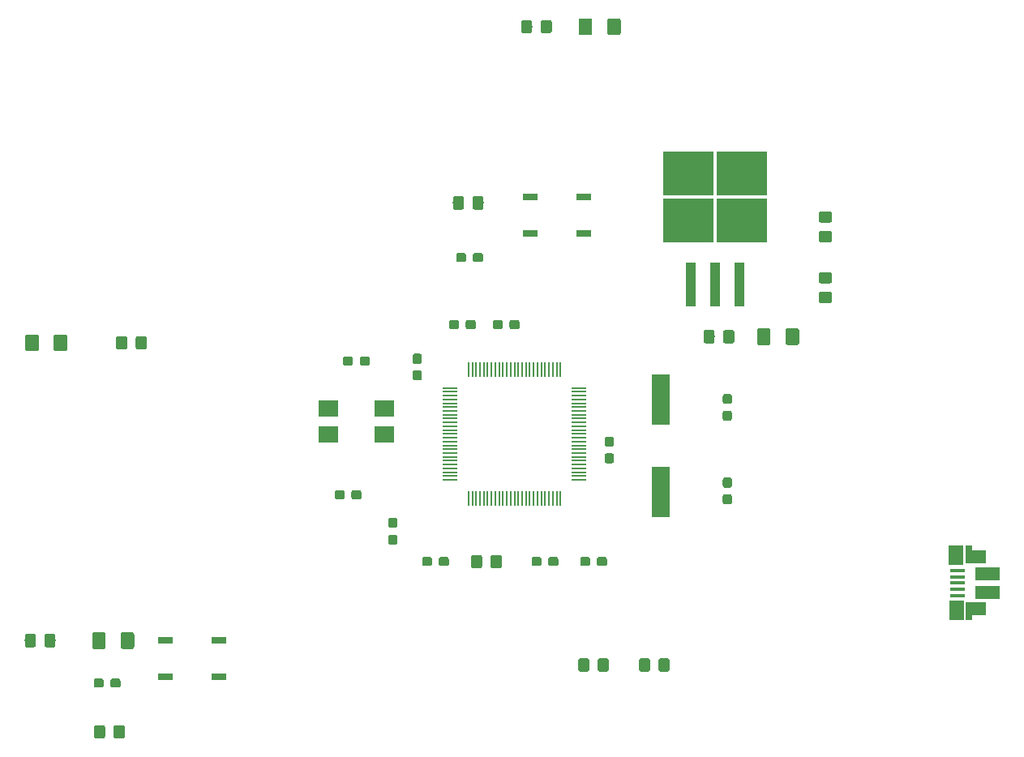
<source format=gbr>
G04 #@! TF.GenerationSoftware,KiCad,Pcbnew,5.0.1-33cea8e~68~ubuntu18.04.1*
G04 #@! TF.CreationDate,2018-12-09T11:33:24-08:00*
G04 #@! TF.ProjectId,quad_copter_pcb,717561645F636F707465725F7063622E,rev?*
G04 #@! TF.SameCoordinates,Original*
G04 #@! TF.FileFunction,Paste,Top*
G04 #@! TF.FilePolarity,Positive*
%FSLAX46Y46*%
G04 Gerber Fmt 4.6, Leading zero omitted, Abs format (unit mm)*
G04 Created by KiCad (PCBNEW 5.0.1-33cea8e~68~ubuntu18.04.1) date Sun 09 Dec 2018 11:33:24 AM PST*
%MOMM*%
%LPD*%
G01*
G04 APERTURE LIST*
%ADD10R,1.500000X0.200000*%
%ADD11R,0.200000X1.500000*%
%ADD12C,0.100000*%
%ADD13C,1.150000*%
%ADD14C,1.425000*%
%ADD15C,0.950000*%
%ADD16R,2.000000X1.350000*%
%ADD17R,0.700000X1.825000*%
%ADD18R,1.500000X2.000000*%
%ADD19R,1.650000X0.400000*%
%ADD20R,2.500000X1.430000*%
%ADD21R,1.524000X0.762000*%
%ADD22R,1.100000X4.600000*%
%ADD23R,5.250000X4.550000*%
%ADD24R,1.930400X5.334000*%
%ADD25R,2.100000X1.700000*%
G04 APERTURE END LIST*
D10*
G04 #@! TO.C,U4*
X143922000Y-83592000D03*
X143922000Y-83992000D03*
X143922000Y-84392000D03*
X143922000Y-84792000D03*
X143922000Y-85192000D03*
X143922000Y-85592000D03*
X143922000Y-85992000D03*
X143922000Y-86392000D03*
X143922000Y-86792000D03*
X143922000Y-87192000D03*
X143922000Y-87592000D03*
X143922000Y-87992000D03*
X143922000Y-88392000D03*
X143922000Y-88792000D03*
X143922000Y-89192000D03*
X143922000Y-89592000D03*
X143922000Y-89992000D03*
X143922000Y-90392000D03*
X143922000Y-90792000D03*
X143922000Y-91192000D03*
X143922000Y-91592000D03*
X143922000Y-91992000D03*
X143922000Y-92392000D03*
X143922000Y-92792000D03*
X143922000Y-93192000D03*
D11*
X145822000Y-95092000D03*
X146222000Y-95092000D03*
X146622000Y-95092000D03*
X147022000Y-95092000D03*
X147422000Y-95092000D03*
X147822000Y-95092000D03*
X148222000Y-95092000D03*
X148622000Y-95092000D03*
X149022000Y-95092000D03*
X149422000Y-95092000D03*
X149822000Y-95092000D03*
X150222000Y-95092000D03*
X150622000Y-95092000D03*
X151022000Y-95092000D03*
X151422000Y-95092000D03*
X151822000Y-95092000D03*
X152222000Y-95092000D03*
X152622000Y-95092000D03*
X153022000Y-95092000D03*
X153422000Y-95092000D03*
X153822000Y-95092000D03*
X154222000Y-95092000D03*
X154622000Y-95092000D03*
X155022000Y-95092000D03*
X155422000Y-95092000D03*
D10*
X157322000Y-93192000D03*
X157322000Y-92792000D03*
X157322000Y-92392000D03*
X157322000Y-91992000D03*
X157322000Y-91592000D03*
X157322000Y-91192000D03*
X157322000Y-90792000D03*
X157322000Y-90392000D03*
X157322000Y-89992000D03*
X157322000Y-89592000D03*
X157322000Y-89192000D03*
X157322000Y-88792000D03*
X157322000Y-88392000D03*
X157322000Y-87992000D03*
X157322000Y-87592000D03*
X157322000Y-87192000D03*
X157322000Y-86792000D03*
X157322000Y-86392000D03*
X157322000Y-85992000D03*
X157322000Y-85592000D03*
X157322000Y-85192000D03*
X157322000Y-84792000D03*
X157322000Y-84392000D03*
X157322000Y-83992000D03*
X157322000Y-83592000D03*
D11*
X155422000Y-81692000D03*
X155022000Y-81692000D03*
X154622000Y-81692000D03*
X154222000Y-81692000D03*
X153822000Y-81692000D03*
X153422000Y-81692000D03*
X153022000Y-81692000D03*
X152622000Y-81692000D03*
X152222000Y-81692000D03*
X151822000Y-81692000D03*
X151422000Y-81692000D03*
X151022000Y-81692000D03*
X150622000Y-81692000D03*
X150222000Y-81692000D03*
X149822000Y-81692000D03*
X149422000Y-81692000D03*
X149022000Y-81692000D03*
X148622000Y-81692000D03*
X148222000Y-81692000D03*
X147822000Y-81692000D03*
X147422000Y-81692000D03*
X147022000Y-81692000D03*
X146622000Y-81692000D03*
X146222000Y-81692000D03*
X145822000Y-81692000D03*
G04 #@! TD*
D12*
G04 #@! TO.C,C1*
G36*
X173341505Y-77533204D02*
X173365773Y-77536804D01*
X173389572Y-77542765D01*
X173412671Y-77551030D01*
X173434850Y-77561520D01*
X173455893Y-77574132D01*
X173475599Y-77588747D01*
X173493777Y-77605223D01*
X173510253Y-77623401D01*
X173524868Y-77643107D01*
X173537480Y-77664150D01*
X173547970Y-77686329D01*
X173556235Y-77709428D01*
X173562196Y-77733227D01*
X173565796Y-77757495D01*
X173567000Y-77781999D01*
X173567000Y-78682001D01*
X173565796Y-78706505D01*
X173562196Y-78730773D01*
X173556235Y-78754572D01*
X173547970Y-78777671D01*
X173537480Y-78799850D01*
X173524868Y-78820893D01*
X173510253Y-78840599D01*
X173493777Y-78858777D01*
X173475599Y-78875253D01*
X173455893Y-78889868D01*
X173434850Y-78902480D01*
X173412671Y-78912970D01*
X173389572Y-78921235D01*
X173365773Y-78927196D01*
X173341505Y-78930796D01*
X173317001Y-78932000D01*
X172666999Y-78932000D01*
X172642495Y-78930796D01*
X172618227Y-78927196D01*
X172594428Y-78921235D01*
X172571329Y-78912970D01*
X172549150Y-78902480D01*
X172528107Y-78889868D01*
X172508401Y-78875253D01*
X172490223Y-78858777D01*
X172473747Y-78840599D01*
X172459132Y-78820893D01*
X172446520Y-78799850D01*
X172436030Y-78777671D01*
X172427765Y-78754572D01*
X172421804Y-78730773D01*
X172418204Y-78706505D01*
X172417000Y-78682001D01*
X172417000Y-77781999D01*
X172418204Y-77757495D01*
X172421804Y-77733227D01*
X172427765Y-77709428D01*
X172436030Y-77686329D01*
X172446520Y-77664150D01*
X172459132Y-77643107D01*
X172473747Y-77623401D01*
X172490223Y-77605223D01*
X172508401Y-77588747D01*
X172528107Y-77574132D01*
X172549150Y-77561520D01*
X172571329Y-77551030D01*
X172594428Y-77542765D01*
X172618227Y-77536804D01*
X172642495Y-77533204D01*
X172666999Y-77532000D01*
X173317001Y-77532000D01*
X173341505Y-77533204D01*
X173341505Y-77533204D01*
G37*
D13*
X172992000Y-78232000D03*
D12*
G36*
X171291505Y-77533204D02*
X171315773Y-77536804D01*
X171339572Y-77542765D01*
X171362671Y-77551030D01*
X171384850Y-77561520D01*
X171405893Y-77574132D01*
X171425599Y-77588747D01*
X171443777Y-77605223D01*
X171460253Y-77623401D01*
X171474868Y-77643107D01*
X171487480Y-77664150D01*
X171497970Y-77686329D01*
X171506235Y-77709428D01*
X171512196Y-77733227D01*
X171515796Y-77757495D01*
X171517000Y-77781999D01*
X171517000Y-78682001D01*
X171515796Y-78706505D01*
X171512196Y-78730773D01*
X171506235Y-78754572D01*
X171497970Y-78777671D01*
X171487480Y-78799850D01*
X171474868Y-78820893D01*
X171460253Y-78840599D01*
X171443777Y-78858777D01*
X171425599Y-78875253D01*
X171405893Y-78889868D01*
X171384850Y-78902480D01*
X171362671Y-78912970D01*
X171339572Y-78921235D01*
X171315773Y-78927196D01*
X171291505Y-78930796D01*
X171267001Y-78932000D01*
X170616999Y-78932000D01*
X170592495Y-78930796D01*
X170568227Y-78927196D01*
X170544428Y-78921235D01*
X170521329Y-78912970D01*
X170499150Y-78902480D01*
X170478107Y-78889868D01*
X170458401Y-78875253D01*
X170440223Y-78858777D01*
X170423747Y-78840599D01*
X170409132Y-78820893D01*
X170396520Y-78799850D01*
X170386030Y-78777671D01*
X170377765Y-78754572D01*
X170371804Y-78730773D01*
X170368204Y-78706505D01*
X170367000Y-78682001D01*
X170367000Y-77781999D01*
X170368204Y-77757495D01*
X170371804Y-77733227D01*
X170377765Y-77709428D01*
X170386030Y-77686329D01*
X170396520Y-77664150D01*
X170409132Y-77643107D01*
X170423747Y-77623401D01*
X170440223Y-77605223D01*
X170458401Y-77588747D01*
X170478107Y-77574132D01*
X170499150Y-77561520D01*
X170521329Y-77551030D01*
X170544428Y-77542765D01*
X170568227Y-77536804D01*
X170592495Y-77533204D01*
X170616999Y-77532000D01*
X171267001Y-77532000D01*
X171291505Y-77533204D01*
X171291505Y-77533204D01*
G37*
D13*
X170942000Y-78232000D03*
G04 #@! TD*
D12*
G04 #@! TO.C,C2*
G36*
X180119004Y-77358204D02*
X180143273Y-77361804D01*
X180167071Y-77367765D01*
X180190171Y-77376030D01*
X180212349Y-77386520D01*
X180233393Y-77399133D01*
X180253098Y-77413747D01*
X180271277Y-77430223D01*
X180287753Y-77448402D01*
X180302367Y-77468107D01*
X180314980Y-77489151D01*
X180325470Y-77511329D01*
X180333735Y-77534429D01*
X180339696Y-77558227D01*
X180343296Y-77582496D01*
X180344500Y-77607000D01*
X180344500Y-78857000D01*
X180343296Y-78881504D01*
X180339696Y-78905773D01*
X180333735Y-78929571D01*
X180325470Y-78952671D01*
X180314980Y-78974849D01*
X180302367Y-78995893D01*
X180287753Y-79015598D01*
X180271277Y-79033777D01*
X180253098Y-79050253D01*
X180233393Y-79064867D01*
X180212349Y-79077480D01*
X180190171Y-79087970D01*
X180167071Y-79096235D01*
X180143273Y-79102196D01*
X180119004Y-79105796D01*
X180094500Y-79107000D01*
X179169500Y-79107000D01*
X179144996Y-79105796D01*
X179120727Y-79102196D01*
X179096929Y-79096235D01*
X179073829Y-79087970D01*
X179051651Y-79077480D01*
X179030607Y-79064867D01*
X179010902Y-79050253D01*
X178992723Y-79033777D01*
X178976247Y-79015598D01*
X178961633Y-78995893D01*
X178949020Y-78974849D01*
X178938530Y-78952671D01*
X178930265Y-78929571D01*
X178924304Y-78905773D01*
X178920704Y-78881504D01*
X178919500Y-78857000D01*
X178919500Y-77607000D01*
X178920704Y-77582496D01*
X178924304Y-77558227D01*
X178930265Y-77534429D01*
X178938530Y-77511329D01*
X178949020Y-77489151D01*
X178961633Y-77468107D01*
X178976247Y-77448402D01*
X178992723Y-77430223D01*
X179010902Y-77413747D01*
X179030607Y-77399133D01*
X179051651Y-77386520D01*
X179073829Y-77376030D01*
X179096929Y-77367765D01*
X179120727Y-77361804D01*
X179144996Y-77358204D01*
X179169500Y-77357000D01*
X180094500Y-77357000D01*
X180119004Y-77358204D01*
X180119004Y-77358204D01*
G37*
D14*
X179632000Y-78232000D03*
D12*
G36*
X177144004Y-77358204D02*
X177168273Y-77361804D01*
X177192071Y-77367765D01*
X177215171Y-77376030D01*
X177237349Y-77386520D01*
X177258393Y-77399133D01*
X177278098Y-77413747D01*
X177296277Y-77430223D01*
X177312753Y-77448402D01*
X177327367Y-77468107D01*
X177339980Y-77489151D01*
X177350470Y-77511329D01*
X177358735Y-77534429D01*
X177364696Y-77558227D01*
X177368296Y-77582496D01*
X177369500Y-77607000D01*
X177369500Y-78857000D01*
X177368296Y-78881504D01*
X177364696Y-78905773D01*
X177358735Y-78929571D01*
X177350470Y-78952671D01*
X177339980Y-78974849D01*
X177327367Y-78995893D01*
X177312753Y-79015598D01*
X177296277Y-79033777D01*
X177278098Y-79050253D01*
X177258393Y-79064867D01*
X177237349Y-79077480D01*
X177215171Y-79087970D01*
X177192071Y-79096235D01*
X177168273Y-79102196D01*
X177144004Y-79105796D01*
X177119500Y-79107000D01*
X176194500Y-79107000D01*
X176169996Y-79105796D01*
X176145727Y-79102196D01*
X176121929Y-79096235D01*
X176098829Y-79087970D01*
X176076651Y-79077480D01*
X176055607Y-79064867D01*
X176035902Y-79050253D01*
X176017723Y-79033777D01*
X176001247Y-79015598D01*
X175986633Y-78995893D01*
X175974020Y-78974849D01*
X175963530Y-78952671D01*
X175955265Y-78929571D01*
X175949304Y-78905773D01*
X175945704Y-78881504D01*
X175944500Y-78857000D01*
X175944500Y-77607000D01*
X175945704Y-77582496D01*
X175949304Y-77558227D01*
X175955265Y-77534429D01*
X175963530Y-77511329D01*
X175974020Y-77489151D01*
X175986633Y-77468107D01*
X176001247Y-77448402D01*
X176017723Y-77430223D01*
X176035902Y-77413747D01*
X176055607Y-77399133D01*
X176076651Y-77386520D01*
X176098829Y-77376030D01*
X176121929Y-77367765D01*
X176145727Y-77361804D01*
X176169996Y-77358204D01*
X176194500Y-77357000D01*
X177119500Y-77357000D01*
X177144004Y-77358204D01*
X177144004Y-77358204D01*
G37*
D14*
X176657000Y-78232000D03*
G04 #@! TD*
D12*
G04 #@! TO.C,C4*
G36*
X173107779Y-85963144D02*
X173130834Y-85966563D01*
X173153443Y-85972227D01*
X173175387Y-85980079D01*
X173196457Y-85990044D01*
X173216448Y-86002026D01*
X173235168Y-86015910D01*
X173252438Y-86031562D01*
X173268090Y-86048832D01*
X173281974Y-86067552D01*
X173293956Y-86087543D01*
X173303921Y-86108613D01*
X173311773Y-86130557D01*
X173317437Y-86153166D01*
X173320856Y-86176221D01*
X173322000Y-86199500D01*
X173322000Y-86774500D01*
X173320856Y-86797779D01*
X173317437Y-86820834D01*
X173311773Y-86843443D01*
X173303921Y-86865387D01*
X173293956Y-86886457D01*
X173281974Y-86906448D01*
X173268090Y-86925168D01*
X173252438Y-86942438D01*
X173235168Y-86958090D01*
X173216448Y-86971974D01*
X173196457Y-86983956D01*
X173175387Y-86993921D01*
X173153443Y-87001773D01*
X173130834Y-87007437D01*
X173107779Y-87010856D01*
X173084500Y-87012000D01*
X172609500Y-87012000D01*
X172586221Y-87010856D01*
X172563166Y-87007437D01*
X172540557Y-87001773D01*
X172518613Y-86993921D01*
X172497543Y-86983956D01*
X172477552Y-86971974D01*
X172458832Y-86958090D01*
X172441562Y-86942438D01*
X172425910Y-86925168D01*
X172412026Y-86906448D01*
X172400044Y-86886457D01*
X172390079Y-86865387D01*
X172382227Y-86843443D01*
X172376563Y-86820834D01*
X172373144Y-86797779D01*
X172372000Y-86774500D01*
X172372000Y-86199500D01*
X172373144Y-86176221D01*
X172376563Y-86153166D01*
X172382227Y-86130557D01*
X172390079Y-86108613D01*
X172400044Y-86087543D01*
X172412026Y-86067552D01*
X172425910Y-86048832D01*
X172441562Y-86031562D01*
X172458832Y-86015910D01*
X172477552Y-86002026D01*
X172497543Y-85990044D01*
X172518613Y-85980079D01*
X172540557Y-85972227D01*
X172563166Y-85966563D01*
X172586221Y-85963144D01*
X172609500Y-85962000D01*
X173084500Y-85962000D01*
X173107779Y-85963144D01*
X173107779Y-85963144D01*
G37*
D15*
X172847000Y-86487000D03*
D12*
G36*
X173107779Y-84213144D02*
X173130834Y-84216563D01*
X173153443Y-84222227D01*
X173175387Y-84230079D01*
X173196457Y-84240044D01*
X173216448Y-84252026D01*
X173235168Y-84265910D01*
X173252438Y-84281562D01*
X173268090Y-84298832D01*
X173281974Y-84317552D01*
X173293956Y-84337543D01*
X173303921Y-84358613D01*
X173311773Y-84380557D01*
X173317437Y-84403166D01*
X173320856Y-84426221D01*
X173322000Y-84449500D01*
X173322000Y-85024500D01*
X173320856Y-85047779D01*
X173317437Y-85070834D01*
X173311773Y-85093443D01*
X173303921Y-85115387D01*
X173293956Y-85136457D01*
X173281974Y-85156448D01*
X173268090Y-85175168D01*
X173252438Y-85192438D01*
X173235168Y-85208090D01*
X173216448Y-85221974D01*
X173196457Y-85233956D01*
X173175387Y-85243921D01*
X173153443Y-85251773D01*
X173130834Y-85257437D01*
X173107779Y-85260856D01*
X173084500Y-85262000D01*
X172609500Y-85262000D01*
X172586221Y-85260856D01*
X172563166Y-85257437D01*
X172540557Y-85251773D01*
X172518613Y-85243921D01*
X172497543Y-85233956D01*
X172477552Y-85221974D01*
X172458832Y-85208090D01*
X172441562Y-85192438D01*
X172425910Y-85175168D01*
X172412026Y-85156448D01*
X172400044Y-85136457D01*
X172390079Y-85115387D01*
X172382227Y-85093443D01*
X172376563Y-85070834D01*
X172373144Y-85047779D01*
X172372000Y-85024500D01*
X172372000Y-84449500D01*
X172373144Y-84426221D01*
X172376563Y-84403166D01*
X172382227Y-84380557D01*
X172390079Y-84358613D01*
X172400044Y-84337543D01*
X172412026Y-84317552D01*
X172425910Y-84298832D01*
X172441562Y-84281562D01*
X172458832Y-84265910D01*
X172477552Y-84252026D01*
X172497543Y-84240044D01*
X172518613Y-84230079D01*
X172540557Y-84222227D01*
X172563166Y-84216563D01*
X172586221Y-84213144D01*
X172609500Y-84212000D01*
X173084500Y-84212000D01*
X173107779Y-84213144D01*
X173107779Y-84213144D01*
G37*
D15*
X172847000Y-84737000D03*
G04 #@! TD*
D12*
G04 #@! TO.C,C5*
G36*
X173107779Y-94698144D02*
X173130834Y-94701563D01*
X173153443Y-94707227D01*
X173175387Y-94715079D01*
X173196457Y-94725044D01*
X173216448Y-94737026D01*
X173235168Y-94750910D01*
X173252438Y-94766562D01*
X173268090Y-94783832D01*
X173281974Y-94802552D01*
X173293956Y-94822543D01*
X173303921Y-94843613D01*
X173311773Y-94865557D01*
X173317437Y-94888166D01*
X173320856Y-94911221D01*
X173322000Y-94934500D01*
X173322000Y-95509500D01*
X173320856Y-95532779D01*
X173317437Y-95555834D01*
X173311773Y-95578443D01*
X173303921Y-95600387D01*
X173293956Y-95621457D01*
X173281974Y-95641448D01*
X173268090Y-95660168D01*
X173252438Y-95677438D01*
X173235168Y-95693090D01*
X173216448Y-95706974D01*
X173196457Y-95718956D01*
X173175387Y-95728921D01*
X173153443Y-95736773D01*
X173130834Y-95742437D01*
X173107779Y-95745856D01*
X173084500Y-95747000D01*
X172609500Y-95747000D01*
X172586221Y-95745856D01*
X172563166Y-95742437D01*
X172540557Y-95736773D01*
X172518613Y-95728921D01*
X172497543Y-95718956D01*
X172477552Y-95706974D01*
X172458832Y-95693090D01*
X172441562Y-95677438D01*
X172425910Y-95660168D01*
X172412026Y-95641448D01*
X172400044Y-95621457D01*
X172390079Y-95600387D01*
X172382227Y-95578443D01*
X172376563Y-95555834D01*
X172373144Y-95532779D01*
X172372000Y-95509500D01*
X172372000Y-94934500D01*
X172373144Y-94911221D01*
X172376563Y-94888166D01*
X172382227Y-94865557D01*
X172390079Y-94843613D01*
X172400044Y-94822543D01*
X172412026Y-94802552D01*
X172425910Y-94783832D01*
X172441562Y-94766562D01*
X172458832Y-94750910D01*
X172477552Y-94737026D01*
X172497543Y-94725044D01*
X172518613Y-94715079D01*
X172540557Y-94707227D01*
X172563166Y-94701563D01*
X172586221Y-94698144D01*
X172609500Y-94697000D01*
X173084500Y-94697000D01*
X173107779Y-94698144D01*
X173107779Y-94698144D01*
G37*
D15*
X172847000Y-95222000D03*
D12*
G36*
X173107779Y-92948144D02*
X173130834Y-92951563D01*
X173153443Y-92957227D01*
X173175387Y-92965079D01*
X173196457Y-92975044D01*
X173216448Y-92987026D01*
X173235168Y-93000910D01*
X173252438Y-93016562D01*
X173268090Y-93033832D01*
X173281974Y-93052552D01*
X173293956Y-93072543D01*
X173303921Y-93093613D01*
X173311773Y-93115557D01*
X173317437Y-93138166D01*
X173320856Y-93161221D01*
X173322000Y-93184500D01*
X173322000Y-93759500D01*
X173320856Y-93782779D01*
X173317437Y-93805834D01*
X173311773Y-93828443D01*
X173303921Y-93850387D01*
X173293956Y-93871457D01*
X173281974Y-93891448D01*
X173268090Y-93910168D01*
X173252438Y-93927438D01*
X173235168Y-93943090D01*
X173216448Y-93956974D01*
X173196457Y-93968956D01*
X173175387Y-93978921D01*
X173153443Y-93986773D01*
X173130834Y-93992437D01*
X173107779Y-93995856D01*
X173084500Y-93997000D01*
X172609500Y-93997000D01*
X172586221Y-93995856D01*
X172563166Y-93992437D01*
X172540557Y-93986773D01*
X172518613Y-93978921D01*
X172497543Y-93968956D01*
X172477552Y-93956974D01*
X172458832Y-93943090D01*
X172441562Y-93927438D01*
X172425910Y-93910168D01*
X172412026Y-93891448D01*
X172400044Y-93871457D01*
X172390079Y-93850387D01*
X172382227Y-93828443D01*
X172376563Y-93805834D01*
X172373144Y-93782779D01*
X172372000Y-93759500D01*
X172372000Y-93184500D01*
X172373144Y-93161221D01*
X172376563Y-93138166D01*
X172382227Y-93115557D01*
X172390079Y-93093613D01*
X172400044Y-93072543D01*
X172412026Y-93052552D01*
X172425910Y-93033832D01*
X172441562Y-93016562D01*
X172458832Y-93000910D01*
X172477552Y-92987026D01*
X172497543Y-92975044D01*
X172518613Y-92965079D01*
X172540557Y-92957227D01*
X172563166Y-92951563D01*
X172586221Y-92948144D01*
X172609500Y-92947000D01*
X173084500Y-92947000D01*
X173107779Y-92948144D01*
X173107779Y-92948144D01*
G37*
D15*
X172847000Y-93472000D03*
G04 #@! TD*
D12*
G04 #@! TO.C,C6*
G36*
X149182779Y-76488144D02*
X149205834Y-76491563D01*
X149228443Y-76497227D01*
X149250387Y-76505079D01*
X149271457Y-76515044D01*
X149291448Y-76527026D01*
X149310168Y-76540910D01*
X149327438Y-76556562D01*
X149343090Y-76573832D01*
X149356974Y-76592552D01*
X149368956Y-76612543D01*
X149378921Y-76633613D01*
X149386773Y-76655557D01*
X149392437Y-76678166D01*
X149395856Y-76701221D01*
X149397000Y-76724500D01*
X149397000Y-77199500D01*
X149395856Y-77222779D01*
X149392437Y-77245834D01*
X149386773Y-77268443D01*
X149378921Y-77290387D01*
X149368956Y-77311457D01*
X149356974Y-77331448D01*
X149343090Y-77350168D01*
X149327438Y-77367438D01*
X149310168Y-77383090D01*
X149291448Y-77396974D01*
X149271457Y-77408956D01*
X149250387Y-77418921D01*
X149228443Y-77426773D01*
X149205834Y-77432437D01*
X149182779Y-77435856D01*
X149159500Y-77437000D01*
X148584500Y-77437000D01*
X148561221Y-77435856D01*
X148538166Y-77432437D01*
X148515557Y-77426773D01*
X148493613Y-77418921D01*
X148472543Y-77408956D01*
X148452552Y-77396974D01*
X148433832Y-77383090D01*
X148416562Y-77367438D01*
X148400910Y-77350168D01*
X148387026Y-77331448D01*
X148375044Y-77311457D01*
X148365079Y-77290387D01*
X148357227Y-77268443D01*
X148351563Y-77245834D01*
X148348144Y-77222779D01*
X148347000Y-77199500D01*
X148347000Y-76724500D01*
X148348144Y-76701221D01*
X148351563Y-76678166D01*
X148357227Y-76655557D01*
X148365079Y-76633613D01*
X148375044Y-76612543D01*
X148387026Y-76592552D01*
X148400910Y-76573832D01*
X148416562Y-76556562D01*
X148433832Y-76540910D01*
X148452552Y-76527026D01*
X148472543Y-76515044D01*
X148493613Y-76505079D01*
X148515557Y-76497227D01*
X148538166Y-76491563D01*
X148561221Y-76488144D01*
X148584500Y-76487000D01*
X149159500Y-76487000D01*
X149182779Y-76488144D01*
X149182779Y-76488144D01*
G37*
D15*
X148872000Y-76962000D03*
D12*
G36*
X150932779Y-76488144D02*
X150955834Y-76491563D01*
X150978443Y-76497227D01*
X151000387Y-76505079D01*
X151021457Y-76515044D01*
X151041448Y-76527026D01*
X151060168Y-76540910D01*
X151077438Y-76556562D01*
X151093090Y-76573832D01*
X151106974Y-76592552D01*
X151118956Y-76612543D01*
X151128921Y-76633613D01*
X151136773Y-76655557D01*
X151142437Y-76678166D01*
X151145856Y-76701221D01*
X151147000Y-76724500D01*
X151147000Y-77199500D01*
X151145856Y-77222779D01*
X151142437Y-77245834D01*
X151136773Y-77268443D01*
X151128921Y-77290387D01*
X151118956Y-77311457D01*
X151106974Y-77331448D01*
X151093090Y-77350168D01*
X151077438Y-77367438D01*
X151060168Y-77383090D01*
X151041448Y-77396974D01*
X151021457Y-77408956D01*
X151000387Y-77418921D01*
X150978443Y-77426773D01*
X150955834Y-77432437D01*
X150932779Y-77435856D01*
X150909500Y-77437000D01*
X150334500Y-77437000D01*
X150311221Y-77435856D01*
X150288166Y-77432437D01*
X150265557Y-77426773D01*
X150243613Y-77418921D01*
X150222543Y-77408956D01*
X150202552Y-77396974D01*
X150183832Y-77383090D01*
X150166562Y-77367438D01*
X150150910Y-77350168D01*
X150137026Y-77331448D01*
X150125044Y-77311457D01*
X150115079Y-77290387D01*
X150107227Y-77268443D01*
X150101563Y-77245834D01*
X150098144Y-77222779D01*
X150097000Y-77199500D01*
X150097000Y-76724500D01*
X150098144Y-76701221D01*
X150101563Y-76678166D01*
X150107227Y-76655557D01*
X150115079Y-76633613D01*
X150125044Y-76612543D01*
X150137026Y-76592552D01*
X150150910Y-76573832D01*
X150166562Y-76556562D01*
X150183832Y-76540910D01*
X150202552Y-76527026D01*
X150222543Y-76515044D01*
X150243613Y-76505079D01*
X150265557Y-76497227D01*
X150288166Y-76491563D01*
X150311221Y-76488144D01*
X150334500Y-76487000D01*
X150909500Y-76487000D01*
X150932779Y-76488144D01*
X150932779Y-76488144D01*
G37*
D15*
X150622000Y-76962000D03*
G04 #@! TD*
D12*
G04 #@! TO.C,C7*
G36*
X160788779Y-90408144D02*
X160811834Y-90411563D01*
X160834443Y-90417227D01*
X160856387Y-90425079D01*
X160877457Y-90435044D01*
X160897448Y-90447026D01*
X160916168Y-90460910D01*
X160933438Y-90476562D01*
X160949090Y-90493832D01*
X160962974Y-90512552D01*
X160974956Y-90532543D01*
X160984921Y-90553613D01*
X160992773Y-90575557D01*
X160998437Y-90598166D01*
X161001856Y-90621221D01*
X161003000Y-90644500D01*
X161003000Y-91219500D01*
X161001856Y-91242779D01*
X160998437Y-91265834D01*
X160992773Y-91288443D01*
X160984921Y-91310387D01*
X160974956Y-91331457D01*
X160962974Y-91351448D01*
X160949090Y-91370168D01*
X160933438Y-91387438D01*
X160916168Y-91403090D01*
X160897448Y-91416974D01*
X160877457Y-91428956D01*
X160856387Y-91438921D01*
X160834443Y-91446773D01*
X160811834Y-91452437D01*
X160788779Y-91455856D01*
X160765500Y-91457000D01*
X160290500Y-91457000D01*
X160267221Y-91455856D01*
X160244166Y-91452437D01*
X160221557Y-91446773D01*
X160199613Y-91438921D01*
X160178543Y-91428956D01*
X160158552Y-91416974D01*
X160139832Y-91403090D01*
X160122562Y-91387438D01*
X160106910Y-91370168D01*
X160093026Y-91351448D01*
X160081044Y-91331457D01*
X160071079Y-91310387D01*
X160063227Y-91288443D01*
X160057563Y-91265834D01*
X160054144Y-91242779D01*
X160053000Y-91219500D01*
X160053000Y-90644500D01*
X160054144Y-90621221D01*
X160057563Y-90598166D01*
X160063227Y-90575557D01*
X160071079Y-90553613D01*
X160081044Y-90532543D01*
X160093026Y-90512552D01*
X160106910Y-90493832D01*
X160122562Y-90476562D01*
X160139832Y-90460910D01*
X160158552Y-90447026D01*
X160178543Y-90435044D01*
X160199613Y-90425079D01*
X160221557Y-90417227D01*
X160244166Y-90411563D01*
X160267221Y-90408144D01*
X160290500Y-90407000D01*
X160765500Y-90407000D01*
X160788779Y-90408144D01*
X160788779Y-90408144D01*
G37*
D15*
X160528000Y-90932000D03*
D12*
G36*
X160788779Y-88658144D02*
X160811834Y-88661563D01*
X160834443Y-88667227D01*
X160856387Y-88675079D01*
X160877457Y-88685044D01*
X160897448Y-88697026D01*
X160916168Y-88710910D01*
X160933438Y-88726562D01*
X160949090Y-88743832D01*
X160962974Y-88762552D01*
X160974956Y-88782543D01*
X160984921Y-88803613D01*
X160992773Y-88825557D01*
X160998437Y-88848166D01*
X161001856Y-88871221D01*
X161003000Y-88894500D01*
X161003000Y-89469500D01*
X161001856Y-89492779D01*
X160998437Y-89515834D01*
X160992773Y-89538443D01*
X160984921Y-89560387D01*
X160974956Y-89581457D01*
X160962974Y-89601448D01*
X160949090Y-89620168D01*
X160933438Y-89637438D01*
X160916168Y-89653090D01*
X160897448Y-89666974D01*
X160877457Y-89678956D01*
X160856387Y-89688921D01*
X160834443Y-89696773D01*
X160811834Y-89702437D01*
X160788779Y-89705856D01*
X160765500Y-89707000D01*
X160290500Y-89707000D01*
X160267221Y-89705856D01*
X160244166Y-89702437D01*
X160221557Y-89696773D01*
X160199613Y-89688921D01*
X160178543Y-89678956D01*
X160158552Y-89666974D01*
X160139832Y-89653090D01*
X160122562Y-89637438D01*
X160106910Y-89620168D01*
X160093026Y-89601448D01*
X160081044Y-89581457D01*
X160071079Y-89560387D01*
X160063227Y-89538443D01*
X160057563Y-89515834D01*
X160054144Y-89492779D01*
X160053000Y-89469500D01*
X160053000Y-88894500D01*
X160054144Y-88871221D01*
X160057563Y-88848166D01*
X160063227Y-88825557D01*
X160071079Y-88803613D01*
X160081044Y-88782543D01*
X160093026Y-88762552D01*
X160106910Y-88743832D01*
X160122562Y-88726562D01*
X160139832Y-88710910D01*
X160158552Y-88697026D01*
X160178543Y-88685044D01*
X160199613Y-88675079D01*
X160221557Y-88667227D01*
X160244166Y-88661563D01*
X160267221Y-88658144D01*
X160290500Y-88657000D01*
X160765500Y-88657000D01*
X160788779Y-88658144D01*
X160788779Y-88658144D01*
G37*
D15*
X160528000Y-89182000D03*
G04 #@! TD*
D12*
G04 #@! TO.C,C8*
G36*
X144610779Y-76488144D02*
X144633834Y-76491563D01*
X144656443Y-76497227D01*
X144678387Y-76505079D01*
X144699457Y-76515044D01*
X144719448Y-76527026D01*
X144738168Y-76540910D01*
X144755438Y-76556562D01*
X144771090Y-76573832D01*
X144784974Y-76592552D01*
X144796956Y-76612543D01*
X144806921Y-76633613D01*
X144814773Y-76655557D01*
X144820437Y-76678166D01*
X144823856Y-76701221D01*
X144825000Y-76724500D01*
X144825000Y-77199500D01*
X144823856Y-77222779D01*
X144820437Y-77245834D01*
X144814773Y-77268443D01*
X144806921Y-77290387D01*
X144796956Y-77311457D01*
X144784974Y-77331448D01*
X144771090Y-77350168D01*
X144755438Y-77367438D01*
X144738168Y-77383090D01*
X144719448Y-77396974D01*
X144699457Y-77408956D01*
X144678387Y-77418921D01*
X144656443Y-77426773D01*
X144633834Y-77432437D01*
X144610779Y-77435856D01*
X144587500Y-77437000D01*
X144012500Y-77437000D01*
X143989221Y-77435856D01*
X143966166Y-77432437D01*
X143943557Y-77426773D01*
X143921613Y-77418921D01*
X143900543Y-77408956D01*
X143880552Y-77396974D01*
X143861832Y-77383090D01*
X143844562Y-77367438D01*
X143828910Y-77350168D01*
X143815026Y-77331448D01*
X143803044Y-77311457D01*
X143793079Y-77290387D01*
X143785227Y-77268443D01*
X143779563Y-77245834D01*
X143776144Y-77222779D01*
X143775000Y-77199500D01*
X143775000Y-76724500D01*
X143776144Y-76701221D01*
X143779563Y-76678166D01*
X143785227Y-76655557D01*
X143793079Y-76633613D01*
X143803044Y-76612543D01*
X143815026Y-76592552D01*
X143828910Y-76573832D01*
X143844562Y-76556562D01*
X143861832Y-76540910D01*
X143880552Y-76527026D01*
X143900543Y-76515044D01*
X143921613Y-76505079D01*
X143943557Y-76497227D01*
X143966166Y-76491563D01*
X143989221Y-76488144D01*
X144012500Y-76487000D01*
X144587500Y-76487000D01*
X144610779Y-76488144D01*
X144610779Y-76488144D01*
G37*
D15*
X144300000Y-76962000D03*
D12*
G36*
X146360779Y-76488144D02*
X146383834Y-76491563D01*
X146406443Y-76497227D01*
X146428387Y-76505079D01*
X146449457Y-76515044D01*
X146469448Y-76527026D01*
X146488168Y-76540910D01*
X146505438Y-76556562D01*
X146521090Y-76573832D01*
X146534974Y-76592552D01*
X146546956Y-76612543D01*
X146556921Y-76633613D01*
X146564773Y-76655557D01*
X146570437Y-76678166D01*
X146573856Y-76701221D01*
X146575000Y-76724500D01*
X146575000Y-77199500D01*
X146573856Y-77222779D01*
X146570437Y-77245834D01*
X146564773Y-77268443D01*
X146556921Y-77290387D01*
X146546956Y-77311457D01*
X146534974Y-77331448D01*
X146521090Y-77350168D01*
X146505438Y-77367438D01*
X146488168Y-77383090D01*
X146469448Y-77396974D01*
X146449457Y-77408956D01*
X146428387Y-77418921D01*
X146406443Y-77426773D01*
X146383834Y-77432437D01*
X146360779Y-77435856D01*
X146337500Y-77437000D01*
X145762500Y-77437000D01*
X145739221Y-77435856D01*
X145716166Y-77432437D01*
X145693557Y-77426773D01*
X145671613Y-77418921D01*
X145650543Y-77408956D01*
X145630552Y-77396974D01*
X145611832Y-77383090D01*
X145594562Y-77367438D01*
X145578910Y-77350168D01*
X145565026Y-77331448D01*
X145553044Y-77311457D01*
X145543079Y-77290387D01*
X145535227Y-77268443D01*
X145529563Y-77245834D01*
X145526144Y-77222779D01*
X145525000Y-77199500D01*
X145525000Y-76724500D01*
X145526144Y-76701221D01*
X145529563Y-76678166D01*
X145535227Y-76655557D01*
X145543079Y-76633613D01*
X145553044Y-76612543D01*
X145565026Y-76592552D01*
X145578910Y-76573832D01*
X145594562Y-76556562D01*
X145611832Y-76540910D01*
X145630552Y-76527026D01*
X145650543Y-76515044D01*
X145671613Y-76505079D01*
X145693557Y-76497227D01*
X145716166Y-76491563D01*
X145739221Y-76488144D01*
X145762500Y-76487000D01*
X146337500Y-76487000D01*
X146360779Y-76488144D01*
X146360779Y-76488144D01*
G37*
D15*
X146050000Y-76962000D03*
G04 #@! TD*
D12*
G04 #@! TO.C,C9*
G36*
X140722779Y-80008144D02*
X140745834Y-80011563D01*
X140768443Y-80017227D01*
X140790387Y-80025079D01*
X140811457Y-80035044D01*
X140831448Y-80047026D01*
X140850168Y-80060910D01*
X140867438Y-80076562D01*
X140883090Y-80093832D01*
X140896974Y-80112552D01*
X140908956Y-80132543D01*
X140918921Y-80153613D01*
X140926773Y-80175557D01*
X140932437Y-80198166D01*
X140935856Y-80221221D01*
X140937000Y-80244500D01*
X140937000Y-80819500D01*
X140935856Y-80842779D01*
X140932437Y-80865834D01*
X140926773Y-80888443D01*
X140918921Y-80910387D01*
X140908956Y-80931457D01*
X140896974Y-80951448D01*
X140883090Y-80970168D01*
X140867438Y-80987438D01*
X140850168Y-81003090D01*
X140831448Y-81016974D01*
X140811457Y-81028956D01*
X140790387Y-81038921D01*
X140768443Y-81046773D01*
X140745834Y-81052437D01*
X140722779Y-81055856D01*
X140699500Y-81057000D01*
X140224500Y-81057000D01*
X140201221Y-81055856D01*
X140178166Y-81052437D01*
X140155557Y-81046773D01*
X140133613Y-81038921D01*
X140112543Y-81028956D01*
X140092552Y-81016974D01*
X140073832Y-81003090D01*
X140056562Y-80987438D01*
X140040910Y-80970168D01*
X140027026Y-80951448D01*
X140015044Y-80931457D01*
X140005079Y-80910387D01*
X139997227Y-80888443D01*
X139991563Y-80865834D01*
X139988144Y-80842779D01*
X139987000Y-80819500D01*
X139987000Y-80244500D01*
X139988144Y-80221221D01*
X139991563Y-80198166D01*
X139997227Y-80175557D01*
X140005079Y-80153613D01*
X140015044Y-80132543D01*
X140027026Y-80112552D01*
X140040910Y-80093832D01*
X140056562Y-80076562D01*
X140073832Y-80060910D01*
X140092552Y-80047026D01*
X140112543Y-80035044D01*
X140133613Y-80025079D01*
X140155557Y-80017227D01*
X140178166Y-80011563D01*
X140201221Y-80008144D01*
X140224500Y-80007000D01*
X140699500Y-80007000D01*
X140722779Y-80008144D01*
X140722779Y-80008144D01*
G37*
D15*
X140462000Y-80532000D03*
D12*
G36*
X140722779Y-81758144D02*
X140745834Y-81761563D01*
X140768443Y-81767227D01*
X140790387Y-81775079D01*
X140811457Y-81785044D01*
X140831448Y-81797026D01*
X140850168Y-81810910D01*
X140867438Y-81826562D01*
X140883090Y-81843832D01*
X140896974Y-81862552D01*
X140908956Y-81882543D01*
X140918921Y-81903613D01*
X140926773Y-81925557D01*
X140932437Y-81948166D01*
X140935856Y-81971221D01*
X140937000Y-81994500D01*
X140937000Y-82569500D01*
X140935856Y-82592779D01*
X140932437Y-82615834D01*
X140926773Y-82638443D01*
X140918921Y-82660387D01*
X140908956Y-82681457D01*
X140896974Y-82701448D01*
X140883090Y-82720168D01*
X140867438Y-82737438D01*
X140850168Y-82753090D01*
X140831448Y-82766974D01*
X140811457Y-82778956D01*
X140790387Y-82788921D01*
X140768443Y-82796773D01*
X140745834Y-82802437D01*
X140722779Y-82805856D01*
X140699500Y-82807000D01*
X140224500Y-82807000D01*
X140201221Y-82805856D01*
X140178166Y-82802437D01*
X140155557Y-82796773D01*
X140133613Y-82788921D01*
X140112543Y-82778956D01*
X140092552Y-82766974D01*
X140073832Y-82753090D01*
X140056562Y-82737438D01*
X140040910Y-82720168D01*
X140027026Y-82701448D01*
X140015044Y-82681457D01*
X140005079Y-82660387D01*
X139997227Y-82638443D01*
X139991563Y-82615834D01*
X139988144Y-82592779D01*
X139987000Y-82569500D01*
X139987000Y-81994500D01*
X139988144Y-81971221D01*
X139991563Y-81948166D01*
X139997227Y-81925557D01*
X140005079Y-81903613D01*
X140015044Y-81882543D01*
X140027026Y-81862552D01*
X140040910Y-81843832D01*
X140056562Y-81826562D01*
X140073832Y-81810910D01*
X140092552Y-81797026D01*
X140112543Y-81785044D01*
X140133613Y-81775079D01*
X140155557Y-81767227D01*
X140178166Y-81761563D01*
X140201221Y-81758144D01*
X140224500Y-81757000D01*
X140699500Y-81757000D01*
X140722779Y-81758144D01*
X140722779Y-81758144D01*
G37*
D15*
X140462000Y-82282000D03*
G04 #@! TD*
D12*
G04 #@! TO.C,C10*
G36*
X138182779Y-98903144D02*
X138205834Y-98906563D01*
X138228443Y-98912227D01*
X138250387Y-98920079D01*
X138271457Y-98930044D01*
X138291448Y-98942026D01*
X138310168Y-98955910D01*
X138327438Y-98971562D01*
X138343090Y-98988832D01*
X138356974Y-99007552D01*
X138368956Y-99027543D01*
X138378921Y-99048613D01*
X138386773Y-99070557D01*
X138392437Y-99093166D01*
X138395856Y-99116221D01*
X138397000Y-99139500D01*
X138397000Y-99714500D01*
X138395856Y-99737779D01*
X138392437Y-99760834D01*
X138386773Y-99783443D01*
X138378921Y-99805387D01*
X138368956Y-99826457D01*
X138356974Y-99846448D01*
X138343090Y-99865168D01*
X138327438Y-99882438D01*
X138310168Y-99898090D01*
X138291448Y-99911974D01*
X138271457Y-99923956D01*
X138250387Y-99933921D01*
X138228443Y-99941773D01*
X138205834Y-99947437D01*
X138182779Y-99950856D01*
X138159500Y-99952000D01*
X137684500Y-99952000D01*
X137661221Y-99950856D01*
X137638166Y-99947437D01*
X137615557Y-99941773D01*
X137593613Y-99933921D01*
X137572543Y-99923956D01*
X137552552Y-99911974D01*
X137533832Y-99898090D01*
X137516562Y-99882438D01*
X137500910Y-99865168D01*
X137487026Y-99846448D01*
X137475044Y-99826457D01*
X137465079Y-99805387D01*
X137457227Y-99783443D01*
X137451563Y-99760834D01*
X137448144Y-99737779D01*
X137447000Y-99714500D01*
X137447000Y-99139500D01*
X137448144Y-99116221D01*
X137451563Y-99093166D01*
X137457227Y-99070557D01*
X137465079Y-99048613D01*
X137475044Y-99027543D01*
X137487026Y-99007552D01*
X137500910Y-98988832D01*
X137516562Y-98971562D01*
X137533832Y-98955910D01*
X137552552Y-98942026D01*
X137572543Y-98930044D01*
X137593613Y-98920079D01*
X137615557Y-98912227D01*
X137638166Y-98906563D01*
X137661221Y-98903144D01*
X137684500Y-98902000D01*
X138159500Y-98902000D01*
X138182779Y-98903144D01*
X138182779Y-98903144D01*
G37*
D15*
X137922000Y-99427000D03*
D12*
G36*
X138182779Y-97153144D02*
X138205834Y-97156563D01*
X138228443Y-97162227D01*
X138250387Y-97170079D01*
X138271457Y-97180044D01*
X138291448Y-97192026D01*
X138310168Y-97205910D01*
X138327438Y-97221562D01*
X138343090Y-97238832D01*
X138356974Y-97257552D01*
X138368956Y-97277543D01*
X138378921Y-97298613D01*
X138386773Y-97320557D01*
X138392437Y-97343166D01*
X138395856Y-97366221D01*
X138397000Y-97389500D01*
X138397000Y-97964500D01*
X138395856Y-97987779D01*
X138392437Y-98010834D01*
X138386773Y-98033443D01*
X138378921Y-98055387D01*
X138368956Y-98076457D01*
X138356974Y-98096448D01*
X138343090Y-98115168D01*
X138327438Y-98132438D01*
X138310168Y-98148090D01*
X138291448Y-98161974D01*
X138271457Y-98173956D01*
X138250387Y-98183921D01*
X138228443Y-98191773D01*
X138205834Y-98197437D01*
X138182779Y-98200856D01*
X138159500Y-98202000D01*
X137684500Y-98202000D01*
X137661221Y-98200856D01*
X137638166Y-98197437D01*
X137615557Y-98191773D01*
X137593613Y-98183921D01*
X137572543Y-98173956D01*
X137552552Y-98161974D01*
X137533832Y-98148090D01*
X137516562Y-98132438D01*
X137500910Y-98115168D01*
X137487026Y-98096448D01*
X137475044Y-98076457D01*
X137465079Y-98055387D01*
X137457227Y-98033443D01*
X137451563Y-98010834D01*
X137448144Y-97987779D01*
X137447000Y-97964500D01*
X137447000Y-97389500D01*
X137448144Y-97366221D01*
X137451563Y-97343166D01*
X137457227Y-97320557D01*
X137465079Y-97298613D01*
X137475044Y-97277543D01*
X137487026Y-97257552D01*
X137500910Y-97238832D01*
X137516562Y-97221562D01*
X137533832Y-97205910D01*
X137552552Y-97192026D01*
X137572543Y-97180044D01*
X137593613Y-97170079D01*
X137615557Y-97162227D01*
X137638166Y-97156563D01*
X137661221Y-97153144D01*
X137684500Y-97152000D01*
X138159500Y-97152000D01*
X138182779Y-97153144D01*
X138182779Y-97153144D01*
G37*
D15*
X137922000Y-97677000D03*
G04 #@! TD*
D12*
G04 #@! TO.C,C11*
G36*
X143552779Y-101253144D02*
X143575834Y-101256563D01*
X143598443Y-101262227D01*
X143620387Y-101270079D01*
X143641457Y-101280044D01*
X143661448Y-101292026D01*
X143680168Y-101305910D01*
X143697438Y-101321562D01*
X143713090Y-101338832D01*
X143726974Y-101357552D01*
X143738956Y-101377543D01*
X143748921Y-101398613D01*
X143756773Y-101420557D01*
X143762437Y-101443166D01*
X143765856Y-101466221D01*
X143767000Y-101489500D01*
X143767000Y-101964500D01*
X143765856Y-101987779D01*
X143762437Y-102010834D01*
X143756773Y-102033443D01*
X143748921Y-102055387D01*
X143738956Y-102076457D01*
X143726974Y-102096448D01*
X143713090Y-102115168D01*
X143697438Y-102132438D01*
X143680168Y-102148090D01*
X143661448Y-102161974D01*
X143641457Y-102173956D01*
X143620387Y-102183921D01*
X143598443Y-102191773D01*
X143575834Y-102197437D01*
X143552779Y-102200856D01*
X143529500Y-102202000D01*
X142954500Y-102202000D01*
X142931221Y-102200856D01*
X142908166Y-102197437D01*
X142885557Y-102191773D01*
X142863613Y-102183921D01*
X142842543Y-102173956D01*
X142822552Y-102161974D01*
X142803832Y-102148090D01*
X142786562Y-102132438D01*
X142770910Y-102115168D01*
X142757026Y-102096448D01*
X142745044Y-102076457D01*
X142735079Y-102055387D01*
X142727227Y-102033443D01*
X142721563Y-102010834D01*
X142718144Y-101987779D01*
X142717000Y-101964500D01*
X142717000Y-101489500D01*
X142718144Y-101466221D01*
X142721563Y-101443166D01*
X142727227Y-101420557D01*
X142735079Y-101398613D01*
X142745044Y-101377543D01*
X142757026Y-101357552D01*
X142770910Y-101338832D01*
X142786562Y-101321562D01*
X142803832Y-101305910D01*
X142822552Y-101292026D01*
X142842543Y-101280044D01*
X142863613Y-101270079D01*
X142885557Y-101262227D01*
X142908166Y-101256563D01*
X142931221Y-101253144D01*
X142954500Y-101252000D01*
X143529500Y-101252000D01*
X143552779Y-101253144D01*
X143552779Y-101253144D01*
G37*
D15*
X143242000Y-101727000D03*
D12*
G36*
X141802779Y-101253144D02*
X141825834Y-101256563D01*
X141848443Y-101262227D01*
X141870387Y-101270079D01*
X141891457Y-101280044D01*
X141911448Y-101292026D01*
X141930168Y-101305910D01*
X141947438Y-101321562D01*
X141963090Y-101338832D01*
X141976974Y-101357552D01*
X141988956Y-101377543D01*
X141998921Y-101398613D01*
X142006773Y-101420557D01*
X142012437Y-101443166D01*
X142015856Y-101466221D01*
X142017000Y-101489500D01*
X142017000Y-101964500D01*
X142015856Y-101987779D01*
X142012437Y-102010834D01*
X142006773Y-102033443D01*
X141998921Y-102055387D01*
X141988956Y-102076457D01*
X141976974Y-102096448D01*
X141963090Y-102115168D01*
X141947438Y-102132438D01*
X141930168Y-102148090D01*
X141911448Y-102161974D01*
X141891457Y-102173956D01*
X141870387Y-102183921D01*
X141848443Y-102191773D01*
X141825834Y-102197437D01*
X141802779Y-102200856D01*
X141779500Y-102202000D01*
X141204500Y-102202000D01*
X141181221Y-102200856D01*
X141158166Y-102197437D01*
X141135557Y-102191773D01*
X141113613Y-102183921D01*
X141092543Y-102173956D01*
X141072552Y-102161974D01*
X141053832Y-102148090D01*
X141036562Y-102132438D01*
X141020910Y-102115168D01*
X141007026Y-102096448D01*
X140995044Y-102076457D01*
X140985079Y-102055387D01*
X140977227Y-102033443D01*
X140971563Y-102010834D01*
X140968144Y-101987779D01*
X140967000Y-101964500D01*
X140967000Y-101489500D01*
X140968144Y-101466221D01*
X140971563Y-101443166D01*
X140977227Y-101420557D01*
X140985079Y-101398613D01*
X140995044Y-101377543D01*
X141007026Y-101357552D01*
X141020910Y-101338832D01*
X141036562Y-101321562D01*
X141053832Y-101305910D01*
X141072552Y-101292026D01*
X141092543Y-101280044D01*
X141113613Y-101270079D01*
X141135557Y-101262227D01*
X141158166Y-101256563D01*
X141181221Y-101253144D01*
X141204500Y-101252000D01*
X141779500Y-101252000D01*
X141802779Y-101253144D01*
X141802779Y-101253144D01*
G37*
D15*
X141492000Y-101727000D03*
G04 #@! TD*
D12*
G04 #@! TO.C,C12*
G36*
X153232779Y-101253144D02*
X153255834Y-101256563D01*
X153278443Y-101262227D01*
X153300387Y-101270079D01*
X153321457Y-101280044D01*
X153341448Y-101292026D01*
X153360168Y-101305910D01*
X153377438Y-101321562D01*
X153393090Y-101338832D01*
X153406974Y-101357552D01*
X153418956Y-101377543D01*
X153428921Y-101398613D01*
X153436773Y-101420557D01*
X153442437Y-101443166D01*
X153445856Y-101466221D01*
X153447000Y-101489500D01*
X153447000Y-101964500D01*
X153445856Y-101987779D01*
X153442437Y-102010834D01*
X153436773Y-102033443D01*
X153428921Y-102055387D01*
X153418956Y-102076457D01*
X153406974Y-102096448D01*
X153393090Y-102115168D01*
X153377438Y-102132438D01*
X153360168Y-102148090D01*
X153341448Y-102161974D01*
X153321457Y-102173956D01*
X153300387Y-102183921D01*
X153278443Y-102191773D01*
X153255834Y-102197437D01*
X153232779Y-102200856D01*
X153209500Y-102202000D01*
X152634500Y-102202000D01*
X152611221Y-102200856D01*
X152588166Y-102197437D01*
X152565557Y-102191773D01*
X152543613Y-102183921D01*
X152522543Y-102173956D01*
X152502552Y-102161974D01*
X152483832Y-102148090D01*
X152466562Y-102132438D01*
X152450910Y-102115168D01*
X152437026Y-102096448D01*
X152425044Y-102076457D01*
X152415079Y-102055387D01*
X152407227Y-102033443D01*
X152401563Y-102010834D01*
X152398144Y-101987779D01*
X152397000Y-101964500D01*
X152397000Y-101489500D01*
X152398144Y-101466221D01*
X152401563Y-101443166D01*
X152407227Y-101420557D01*
X152415079Y-101398613D01*
X152425044Y-101377543D01*
X152437026Y-101357552D01*
X152450910Y-101338832D01*
X152466562Y-101321562D01*
X152483832Y-101305910D01*
X152502552Y-101292026D01*
X152522543Y-101280044D01*
X152543613Y-101270079D01*
X152565557Y-101262227D01*
X152588166Y-101256563D01*
X152611221Y-101253144D01*
X152634500Y-101252000D01*
X153209500Y-101252000D01*
X153232779Y-101253144D01*
X153232779Y-101253144D01*
G37*
D15*
X152922000Y-101727000D03*
D12*
G36*
X154982779Y-101253144D02*
X155005834Y-101256563D01*
X155028443Y-101262227D01*
X155050387Y-101270079D01*
X155071457Y-101280044D01*
X155091448Y-101292026D01*
X155110168Y-101305910D01*
X155127438Y-101321562D01*
X155143090Y-101338832D01*
X155156974Y-101357552D01*
X155168956Y-101377543D01*
X155178921Y-101398613D01*
X155186773Y-101420557D01*
X155192437Y-101443166D01*
X155195856Y-101466221D01*
X155197000Y-101489500D01*
X155197000Y-101964500D01*
X155195856Y-101987779D01*
X155192437Y-102010834D01*
X155186773Y-102033443D01*
X155178921Y-102055387D01*
X155168956Y-102076457D01*
X155156974Y-102096448D01*
X155143090Y-102115168D01*
X155127438Y-102132438D01*
X155110168Y-102148090D01*
X155091448Y-102161974D01*
X155071457Y-102173956D01*
X155050387Y-102183921D01*
X155028443Y-102191773D01*
X155005834Y-102197437D01*
X154982779Y-102200856D01*
X154959500Y-102202000D01*
X154384500Y-102202000D01*
X154361221Y-102200856D01*
X154338166Y-102197437D01*
X154315557Y-102191773D01*
X154293613Y-102183921D01*
X154272543Y-102173956D01*
X154252552Y-102161974D01*
X154233832Y-102148090D01*
X154216562Y-102132438D01*
X154200910Y-102115168D01*
X154187026Y-102096448D01*
X154175044Y-102076457D01*
X154165079Y-102055387D01*
X154157227Y-102033443D01*
X154151563Y-102010834D01*
X154148144Y-101987779D01*
X154147000Y-101964500D01*
X154147000Y-101489500D01*
X154148144Y-101466221D01*
X154151563Y-101443166D01*
X154157227Y-101420557D01*
X154165079Y-101398613D01*
X154175044Y-101377543D01*
X154187026Y-101357552D01*
X154200910Y-101338832D01*
X154216562Y-101321562D01*
X154233832Y-101305910D01*
X154252552Y-101292026D01*
X154272543Y-101280044D01*
X154293613Y-101270079D01*
X154315557Y-101262227D01*
X154338166Y-101256563D01*
X154361221Y-101253144D01*
X154384500Y-101252000D01*
X154959500Y-101252000D01*
X154982779Y-101253144D01*
X154982779Y-101253144D01*
G37*
D15*
X154672000Y-101727000D03*
G04 #@! TD*
D12*
G04 #@! TO.C,C13*
G36*
X160062779Y-101253144D02*
X160085834Y-101256563D01*
X160108443Y-101262227D01*
X160130387Y-101270079D01*
X160151457Y-101280044D01*
X160171448Y-101292026D01*
X160190168Y-101305910D01*
X160207438Y-101321562D01*
X160223090Y-101338832D01*
X160236974Y-101357552D01*
X160248956Y-101377543D01*
X160258921Y-101398613D01*
X160266773Y-101420557D01*
X160272437Y-101443166D01*
X160275856Y-101466221D01*
X160277000Y-101489500D01*
X160277000Y-101964500D01*
X160275856Y-101987779D01*
X160272437Y-102010834D01*
X160266773Y-102033443D01*
X160258921Y-102055387D01*
X160248956Y-102076457D01*
X160236974Y-102096448D01*
X160223090Y-102115168D01*
X160207438Y-102132438D01*
X160190168Y-102148090D01*
X160171448Y-102161974D01*
X160151457Y-102173956D01*
X160130387Y-102183921D01*
X160108443Y-102191773D01*
X160085834Y-102197437D01*
X160062779Y-102200856D01*
X160039500Y-102202000D01*
X159464500Y-102202000D01*
X159441221Y-102200856D01*
X159418166Y-102197437D01*
X159395557Y-102191773D01*
X159373613Y-102183921D01*
X159352543Y-102173956D01*
X159332552Y-102161974D01*
X159313832Y-102148090D01*
X159296562Y-102132438D01*
X159280910Y-102115168D01*
X159267026Y-102096448D01*
X159255044Y-102076457D01*
X159245079Y-102055387D01*
X159237227Y-102033443D01*
X159231563Y-102010834D01*
X159228144Y-101987779D01*
X159227000Y-101964500D01*
X159227000Y-101489500D01*
X159228144Y-101466221D01*
X159231563Y-101443166D01*
X159237227Y-101420557D01*
X159245079Y-101398613D01*
X159255044Y-101377543D01*
X159267026Y-101357552D01*
X159280910Y-101338832D01*
X159296562Y-101321562D01*
X159313832Y-101305910D01*
X159332552Y-101292026D01*
X159352543Y-101280044D01*
X159373613Y-101270079D01*
X159395557Y-101262227D01*
X159418166Y-101256563D01*
X159441221Y-101253144D01*
X159464500Y-101252000D01*
X160039500Y-101252000D01*
X160062779Y-101253144D01*
X160062779Y-101253144D01*
G37*
D15*
X159752000Y-101727000D03*
D12*
G36*
X158312779Y-101253144D02*
X158335834Y-101256563D01*
X158358443Y-101262227D01*
X158380387Y-101270079D01*
X158401457Y-101280044D01*
X158421448Y-101292026D01*
X158440168Y-101305910D01*
X158457438Y-101321562D01*
X158473090Y-101338832D01*
X158486974Y-101357552D01*
X158498956Y-101377543D01*
X158508921Y-101398613D01*
X158516773Y-101420557D01*
X158522437Y-101443166D01*
X158525856Y-101466221D01*
X158527000Y-101489500D01*
X158527000Y-101964500D01*
X158525856Y-101987779D01*
X158522437Y-102010834D01*
X158516773Y-102033443D01*
X158508921Y-102055387D01*
X158498956Y-102076457D01*
X158486974Y-102096448D01*
X158473090Y-102115168D01*
X158457438Y-102132438D01*
X158440168Y-102148090D01*
X158421448Y-102161974D01*
X158401457Y-102173956D01*
X158380387Y-102183921D01*
X158358443Y-102191773D01*
X158335834Y-102197437D01*
X158312779Y-102200856D01*
X158289500Y-102202000D01*
X157714500Y-102202000D01*
X157691221Y-102200856D01*
X157668166Y-102197437D01*
X157645557Y-102191773D01*
X157623613Y-102183921D01*
X157602543Y-102173956D01*
X157582552Y-102161974D01*
X157563832Y-102148090D01*
X157546562Y-102132438D01*
X157530910Y-102115168D01*
X157517026Y-102096448D01*
X157505044Y-102076457D01*
X157495079Y-102055387D01*
X157487227Y-102033443D01*
X157481563Y-102010834D01*
X157478144Y-101987779D01*
X157477000Y-101964500D01*
X157477000Y-101489500D01*
X157478144Y-101466221D01*
X157481563Y-101443166D01*
X157487227Y-101420557D01*
X157495079Y-101398613D01*
X157505044Y-101377543D01*
X157517026Y-101357552D01*
X157530910Y-101338832D01*
X157546562Y-101321562D01*
X157563832Y-101305910D01*
X157582552Y-101292026D01*
X157602543Y-101280044D01*
X157623613Y-101270079D01*
X157645557Y-101262227D01*
X157668166Y-101256563D01*
X157691221Y-101253144D01*
X157714500Y-101252000D01*
X158289500Y-101252000D01*
X158312779Y-101253144D01*
X158312779Y-101253144D01*
G37*
D15*
X158002000Y-101727000D03*
G04 #@! TD*
D12*
G04 #@! TO.C,C14*
G36*
X133547779Y-80298144D02*
X133570834Y-80301563D01*
X133593443Y-80307227D01*
X133615387Y-80315079D01*
X133636457Y-80325044D01*
X133656448Y-80337026D01*
X133675168Y-80350910D01*
X133692438Y-80366562D01*
X133708090Y-80383832D01*
X133721974Y-80402552D01*
X133733956Y-80422543D01*
X133743921Y-80443613D01*
X133751773Y-80465557D01*
X133757437Y-80488166D01*
X133760856Y-80511221D01*
X133762000Y-80534500D01*
X133762000Y-81009500D01*
X133760856Y-81032779D01*
X133757437Y-81055834D01*
X133751773Y-81078443D01*
X133743921Y-81100387D01*
X133733956Y-81121457D01*
X133721974Y-81141448D01*
X133708090Y-81160168D01*
X133692438Y-81177438D01*
X133675168Y-81193090D01*
X133656448Y-81206974D01*
X133636457Y-81218956D01*
X133615387Y-81228921D01*
X133593443Y-81236773D01*
X133570834Y-81242437D01*
X133547779Y-81245856D01*
X133524500Y-81247000D01*
X132949500Y-81247000D01*
X132926221Y-81245856D01*
X132903166Y-81242437D01*
X132880557Y-81236773D01*
X132858613Y-81228921D01*
X132837543Y-81218956D01*
X132817552Y-81206974D01*
X132798832Y-81193090D01*
X132781562Y-81177438D01*
X132765910Y-81160168D01*
X132752026Y-81141448D01*
X132740044Y-81121457D01*
X132730079Y-81100387D01*
X132722227Y-81078443D01*
X132716563Y-81055834D01*
X132713144Y-81032779D01*
X132712000Y-81009500D01*
X132712000Y-80534500D01*
X132713144Y-80511221D01*
X132716563Y-80488166D01*
X132722227Y-80465557D01*
X132730079Y-80443613D01*
X132740044Y-80422543D01*
X132752026Y-80402552D01*
X132765910Y-80383832D01*
X132781562Y-80366562D01*
X132798832Y-80350910D01*
X132817552Y-80337026D01*
X132837543Y-80325044D01*
X132858613Y-80315079D01*
X132880557Y-80307227D01*
X132903166Y-80301563D01*
X132926221Y-80298144D01*
X132949500Y-80297000D01*
X133524500Y-80297000D01*
X133547779Y-80298144D01*
X133547779Y-80298144D01*
G37*
D15*
X133237000Y-80772000D03*
D12*
G36*
X135297779Y-80298144D02*
X135320834Y-80301563D01*
X135343443Y-80307227D01*
X135365387Y-80315079D01*
X135386457Y-80325044D01*
X135406448Y-80337026D01*
X135425168Y-80350910D01*
X135442438Y-80366562D01*
X135458090Y-80383832D01*
X135471974Y-80402552D01*
X135483956Y-80422543D01*
X135493921Y-80443613D01*
X135501773Y-80465557D01*
X135507437Y-80488166D01*
X135510856Y-80511221D01*
X135512000Y-80534500D01*
X135512000Y-81009500D01*
X135510856Y-81032779D01*
X135507437Y-81055834D01*
X135501773Y-81078443D01*
X135493921Y-81100387D01*
X135483956Y-81121457D01*
X135471974Y-81141448D01*
X135458090Y-81160168D01*
X135442438Y-81177438D01*
X135425168Y-81193090D01*
X135406448Y-81206974D01*
X135386457Y-81218956D01*
X135365387Y-81228921D01*
X135343443Y-81236773D01*
X135320834Y-81242437D01*
X135297779Y-81245856D01*
X135274500Y-81247000D01*
X134699500Y-81247000D01*
X134676221Y-81245856D01*
X134653166Y-81242437D01*
X134630557Y-81236773D01*
X134608613Y-81228921D01*
X134587543Y-81218956D01*
X134567552Y-81206974D01*
X134548832Y-81193090D01*
X134531562Y-81177438D01*
X134515910Y-81160168D01*
X134502026Y-81141448D01*
X134490044Y-81121457D01*
X134480079Y-81100387D01*
X134472227Y-81078443D01*
X134466563Y-81055834D01*
X134463144Y-81032779D01*
X134462000Y-81009500D01*
X134462000Y-80534500D01*
X134463144Y-80511221D01*
X134466563Y-80488166D01*
X134472227Y-80465557D01*
X134480079Y-80443613D01*
X134490044Y-80422543D01*
X134502026Y-80402552D01*
X134515910Y-80383832D01*
X134531562Y-80366562D01*
X134548832Y-80350910D01*
X134567552Y-80337026D01*
X134587543Y-80325044D01*
X134608613Y-80315079D01*
X134630557Y-80307227D01*
X134653166Y-80301563D01*
X134676221Y-80298144D01*
X134699500Y-80297000D01*
X135274500Y-80297000D01*
X135297779Y-80298144D01*
X135297779Y-80298144D01*
G37*
D15*
X134987000Y-80772000D03*
G04 #@! TD*
D12*
G04 #@! TO.C,C15*
G36*
X132672779Y-94268144D02*
X132695834Y-94271563D01*
X132718443Y-94277227D01*
X132740387Y-94285079D01*
X132761457Y-94295044D01*
X132781448Y-94307026D01*
X132800168Y-94320910D01*
X132817438Y-94336562D01*
X132833090Y-94353832D01*
X132846974Y-94372552D01*
X132858956Y-94392543D01*
X132868921Y-94413613D01*
X132876773Y-94435557D01*
X132882437Y-94458166D01*
X132885856Y-94481221D01*
X132887000Y-94504500D01*
X132887000Y-94979500D01*
X132885856Y-95002779D01*
X132882437Y-95025834D01*
X132876773Y-95048443D01*
X132868921Y-95070387D01*
X132858956Y-95091457D01*
X132846974Y-95111448D01*
X132833090Y-95130168D01*
X132817438Y-95147438D01*
X132800168Y-95163090D01*
X132781448Y-95176974D01*
X132761457Y-95188956D01*
X132740387Y-95198921D01*
X132718443Y-95206773D01*
X132695834Y-95212437D01*
X132672779Y-95215856D01*
X132649500Y-95217000D01*
X132074500Y-95217000D01*
X132051221Y-95215856D01*
X132028166Y-95212437D01*
X132005557Y-95206773D01*
X131983613Y-95198921D01*
X131962543Y-95188956D01*
X131942552Y-95176974D01*
X131923832Y-95163090D01*
X131906562Y-95147438D01*
X131890910Y-95130168D01*
X131877026Y-95111448D01*
X131865044Y-95091457D01*
X131855079Y-95070387D01*
X131847227Y-95048443D01*
X131841563Y-95025834D01*
X131838144Y-95002779D01*
X131837000Y-94979500D01*
X131837000Y-94504500D01*
X131838144Y-94481221D01*
X131841563Y-94458166D01*
X131847227Y-94435557D01*
X131855079Y-94413613D01*
X131865044Y-94392543D01*
X131877026Y-94372552D01*
X131890910Y-94353832D01*
X131906562Y-94336562D01*
X131923832Y-94320910D01*
X131942552Y-94307026D01*
X131962543Y-94295044D01*
X131983613Y-94285079D01*
X132005557Y-94277227D01*
X132028166Y-94271563D01*
X132051221Y-94268144D01*
X132074500Y-94267000D01*
X132649500Y-94267000D01*
X132672779Y-94268144D01*
X132672779Y-94268144D01*
G37*
D15*
X132362000Y-94742000D03*
D12*
G36*
X134422779Y-94268144D02*
X134445834Y-94271563D01*
X134468443Y-94277227D01*
X134490387Y-94285079D01*
X134511457Y-94295044D01*
X134531448Y-94307026D01*
X134550168Y-94320910D01*
X134567438Y-94336562D01*
X134583090Y-94353832D01*
X134596974Y-94372552D01*
X134608956Y-94392543D01*
X134618921Y-94413613D01*
X134626773Y-94435557D01*
X134632437Y-94458166D01*
X134635856Y-94481221D01*
X134637000Y-94504500D01*
X134637000Y-94979500D01*
X134635856Y-95002779D01*
X134632437Y-95025834D01*
X134626773Y-95048443D01*
X134618921Y-95070387D01*
X134608956Y-95091457D01*
X134596974Y-95111448D01*
X134583090Y-95130168D01*
X134567438Y-95147438D01*
X134550168Y-95163090D01*
X134531448Y-95176974D01*
X134511457Y-95188956D01*
X134490387Y-95198921D01*
X134468443Y-95206773D01*
X134445834Y-95212437D01*
X134422779Y-95215856D01*
X134399500Y-95217000D01*
X133824500Y-95217000D01*
X133801221Y-95215856D01*
X133778166Y-95212437D01*
X133755557Y-95206773D01*
X133733613Y-95198921D01*
X133712543Y-95188956D01*
X133692552Y-95176974D01*
X133673832Y-95163090D01*
X133656562Y-95147438D01*
X133640910Y-95130168D01*
X133627026Y-95111448D01*
X133615044Y-95091457D01*
X133605079Y-95070387D01*
X133597227Y-95048443D01*
X133591563Y-95025834D01*
X133588144Y-95002779D01*
X133587000Y-94979500D01*
X133587000Y-94504500D01*
X133588144Y-94481221D01*
X133591563Y-94458166D01*
X133597227Y-94435557D01*
X133605079Y-94413613D01*
X133615044Y-94392543D01*
X133627026Y-94372552D01*
X133640910Y-94353832D01*
X133656562Y-94336562D01*
X133673832Y-94320910D01*
X133692552Y-94307026D01*
X133712543Y-94295044D01*
X133733613Y-94285079D01*
X133755557Y-94277227D01*
X133778166Y-94271563D01*
X133801221Y-94268144D01*
X133824500Y-94267000D01*
X134399500Y-94267000D01*
X134422779Y-94268144D01*
X134422779Y-94268144D01*
G37*
D15*
X134112000Y-94742000D03*
G04 #@! TD*
D12*
G04 #@! TO.C,D1*
G36*
X161486504Y-44973204D02*
X161510773Y-44976804D01*
X161534571Y-44982765D01*
X161557671Y-44991030D01*
X161579849Y-45001520D01*
X161600893Y-45014133D01*
X161620598Y-45028747D01*
X161638777Y-45045223D01*
X161655253Y-45063402D01*
X161669867Y-45083107D01*
X161682480Y-45104151D01*
X161692970Y-45126329D01*
X161701235Y-45149429D01*
X161707196Y-45173227D01*
X161710796Y-45197496D01*
X161712000Y-45222000D01*
X161712000Y-46472000D01*
X161710796Y-46496504D01*
X161707196Y-46520773D01*
X161701235Y-46544571D01*
X161692970Y-46567671D01*
X161682480Y-46589849D01*
X161669867Y-46610893D01*
X161655253Y-46630598D01*
X161638777Y-46648777D01*
X161620598Y-46665253D01*
X161600893Y-46679867D01*
X161579849Y-46692480D01*
X161557671Y-46702970D01*
X161534571Y-46711235D01*
X161510773Y-46717196D01*
X161486504Y-46720796D01*
X161462000Y-46722000D01*
X160537000Y-46722000D01*
X160512496Y-46720796D01*
X160488227Y-46717196D01*
X160464429Y-46711235D01*
X160441329Y-46702970D01*
X160419151Y-46692480D01*
X160398107Y-46679867D01*
X160378402Y-46665253D01*
X160360223Y-46648777D01*
X160343747Y-46630598D01*
X160329133Y-46610893D01*
X160316520Y-46589849D01*
X160306030Y-46567671D01*
X160297765Y-46544571D01*
X160291804Y-46520773D01*
X160288204Y-46496504D01*
X160287000Y-46472000D01*
X160287000Y-45222000D01*
X160288204Y-45197496D01*
X160291804Y-45173227D01*
X160297765Y-45149429D01*
X160306030Y-45126329D01*
X160316520Y-45104151D01*
X160329133Y-45083107D01*
X160343747Y-45063402D01*
X160360223Y-45045223D01*
X160378402Y-45028747D01*
X160398107Y-45014133D01*
X160419151Y-45001520D01*
X160441329Y-44991030D01*
X160464429Y-44982765D01*
X160488227Y-44976804D01*
X160512496Y-44973204D01*
X160537000Y-44972000D01*
X161462000Y-44972000D01*
X161486504Y-44973204D01*
X161486504Y-44973204D01*
G37*
D14*
X160999500Y-45847000D03*
D12*
G36*
X158511504Y-44973204D02*
X158535773Y-44976804D01*
X158559571Y-44982765D01*
X158582671Y-44991030D01*
X158604849Y-45001520D01*
X158625893Y-45014133D01*
X158645598Y-45028747D01*
X158663777Y-45045223D01*
X158680253Y-45063402D01*
X158694867Y-45083107D01*
X158707480Y-45104151D01*
X158717970Y-45126329D01*
X158726235Y-45149429D01*
X158732196Y-45173227D01*
X158735796Y-45197496D01*
X158737000Y-45222000D01*
X158737000Y-46472000D01*
X158735796Y-46496504D01*
X158732196Y-46520773D01*
X158726235Y-46544571D01*
X158717970Y-46567671D01*
X158707480Y-46589849D01*
X158694867Y-46610893D01*
X158680253Y-46630598D01*
X158663777Y-46648777D01*
X158645598Y-46665253D01*
X158625893Y-46679867D01*
X158604849Y-46692480D01*
X158582671Y-46702970D01*
X158559571Y-46711235D01*
X158535773Y-46717196D01*
X158511504Y-46720796D01*
X158487000Y-46722000D01*
X157562000Y-46722000D01*
X157537496Y-46720796D01*
X157513227Y-46717196D01*
X157489429Y-46711235D01*
X157466329Y-46702970D01*
X157444151Y-46692480D01*
X157423107Y-46679867D01*
X157403402Y-46665253D01*
X157385223Y-46648777D01*
X157368747Y-46630598D01*
X157354133Y-46610893D01*
X157341520Y-46589849D01*
X157331030Y-46567671D01*
X157322765Y-46544571D01*
X157316804Y-46520773D01*
X157313204Y-46496504D01*
X157312000Y-46472000D01*
X157312000Y-45222000D01*
X157313204Y-45197496D01*
X157316804Y-45173227D01*
X157322765Y-45149429D01*
X157331030Y-45126329D01*
X157341520Y-45104151D01*
X157354133Y-45083107D01*
X157368747Y-45063402D01*
X157385223Y-45045223D01*
X157403402Y-45028747D01*
X157423107Y-45014133D01*
X157444151Y-45001520D01*
X157466329Y-44991030D01*
X157489429Y-44982765D01*
X157513227Y-44976804D01*
X157537496Y-44973204D01*
X157562000Y-44972000D01*
X158487000Y-44972000D01*
X158511504Y-44973204D01*
X158511504Y-44973204D01*
G37*
D14*
X158024500Y-45847000D03*
G04 #@! TD*
D12*
G04 #@! TO.C,D2*
G36*
X107711504Y-109108204D02*
X107735773Y-109111804D01*
X107759571Y-109117765D01*
X107782671Y-109126030D01*
X107804849Y-109136520D01*
X107825893Y-109149133D01*
X107845598Y-109163747D01*
X107863777Y-109180223D01*
X107880253Y-109198402D01*
X107894867Y-109218107D01*
X107907480Y-109239151D01*
X107917970Y-109261329D01*
X107926235Y-109284429D01*
X107932196Y-109308227D01*
X107935796Y-109332496D01*
X107937000Y-109357000D01*
X107937000Y-110607000D01*
X107935796Y-110631504D01*
X107932196Y-110655773D01*
X107926235Y-110679571D01*
X107917970Y-110702671D01*
X107907480Y-110724849D01*
X107894867Y-110745893D01*
X107880253Y-110765598D01*
X107863777Y-110783777D01*
X107845598Y-110800253D01*
X107825893Y-110814867D01*
X107804849Y-110827480D01*
X107782671Y-110837970D01*
X107759571Y-110846235D01*
X107735773Y-110852196D01*
X107711504Y-110855796D01*
X107687000Y-110857000D01*
X106762000Y-110857000D01*
X106737496Y-110855796D01*
X106713227Y-110852196D01*
X106689429Y-110846235D01*
X106666329Y-110837970D01*
X106644151Y-110827480D01*
X106623107Y-110814867D01*
X106603402Y-110800253D01*
X106585223Y-110783777D01*
X106568747Y-110765598D01*
X106554133Y-110745893D01*
X106541520Y-110724849D01*
X106531030Y-110702671D01*
X106522765Y-110679571D01*
X106516804Y-110655773D01*
X106513204Y-110631504D01*
X106512000Y-110607000D01*
X106512000Y-109357000D01*
X106513204Y-109332496D01*
X106516804Y-109308227D01*
X106522765Y-109284429D01*
X106531030Y-109261329D01*
X106541520Y-109239151D01*
X106554133Y-109218107D01*
X106568747Y-109198402D01*
X106585223Y-109180223D01*
X106603402Y-109163747D01*
X106623107Y-109149133D01*
X106644151Y-109136520D01*
X106666329Y-109126030D01*
X106689429Y-109117765D01*
X106713227Y-109111804D01*
X106737496Y-109108204D01*
X106762000Y-109107000D01*
X107687000Y-109107000D01*
X107711504Y-109108204D01*
X107711504Y-109108204D01*
G37*
D14*
X107224500Y-109982000D03*
D12*
G36*
X110686504Y-109108204D02*
X110710773Y-109111804D01*
X110734571Y-109117765D01*
X110757671Y-109126030D01*
X110779849Y-109136520D01*
X110800893Y-109149133D01*
X110820598Y-109163747D01*
X110838777Y-109180223D01*
X110855253Y-109198402D01*
X110869867Y-109218107D01*
X110882480Y-109239151D01*
X110892970Y-109261329D01*
X110901235Y-109284429D01*
X110907196Y-109308227D01*
X110910796Y-109332496D01*
X110912000Y-109357000D01*
X110912000Y-110607000D01*
X110910796Y-110631504D01*
X110907196Y-110655773D01*
X110901235Y-110679571D01*
X110892970Y-110702671D01*
X110882480Y-110724849D01*
X110869867Y-110745893D01*
X110855253Y-110765598D01*
X110838777Y-110783777D01*
X110820598Y-110800253D01*
X110800893Y-110814867D01*
X110779849Y-110827480D01*
X110757671Y-110837970D01*
X110734571Y-110846235D01*
X110710773Y-110852196D01*
X110686504Y-110855796D01*
X110662000Y-110857000D01*
X109737000Y-110857000D01*
X109712496Y-110855796D01*
X109688227Y-110852196D01*
X109664429Y-110846235D01*
X109641329Y-110837970D01*
X109619151Y-110827480D01*
X109598107Y-110814867D01*
X109578402Y-110800253D01*
X109560223Y-110783777D01*
X109543747Y-110765598D01*
X109529133Y-110745893D01*
X109516520Y-110724849D01*
X109506030Y-110702671D01*
X109497765Y-110679571D01*
X109491804Y-110655773D01*
X109488204Y-110631504D01*
X109487000Y-110607000D01*
X109487000Y-109357000D01*
X109488204Y-109332496D01*
X109491804Y-109308227D01*
X109497765Y-109284429D01*
X109506030Y-109261329D01*
X109516520Y-109239151D01*
X109529133Y-109218107D01*
X109543747Y-109198402D01*
X109560223Y-109180223D01*
X109578402Y-109163747D01*
X109598107Y-109149133D01*
X109619151Y-109136520D01*
X109641329Y-109126030D01*
X109664429Y-109117765D01*
X109688227Y-109111804D01*
X109712496Y-109108204D01*
X109737000Y-109107000D01*
X110662000Y-109107000D01*
X110686504Y-109108204D01*
X110686504Y-109108204D01*
G37*
D14*
X110199500Y-109982000D03*
G04 #@! TD*
D12*
G04 #@! TO.C,D3*
G36*
X100726504Y-77993204D02*
X100750773Y-77996804D01*
X100774571Y-78002765D01*
X100797671Y-78011030D01*
X100819849Y-78021520D01*
X100840893Y-78034133D01*
X100860598Y-78048747D01*
X100878777Y-78065223D01*
X100895253Y-78083402D01*
X100909867Y-78103107D01*
X100922480Y-78124151D01*
X100932970Y-78146329D01*
X100941235Y-78169429D01*
X100947196Y-78193227D01*
X100950796Y-78217496D01*
X100952000Y-78242000D01*
X100952000Y-79492000D01*
X100950796Y-79516504D01*
X100947196Y-79540773D01*
X100941235Y-79564571D01*
X100932970Y-79587671D01*
X100922480Y-79609849D01*
X100909867Y-79630893D01*
X100895253Y-79650598D01*
X100878777Y-79668777D01*
X100860598Y-79685253D01*
X100840893Y-79699867D01*
X100819849Y-79712480D01*
X100797671Y-79722970D01*
X100774571Y-79731235D01*
X100750773Y-79737196D01*
X100726504Y-79740796D01*
X100702000Y-79742000D01*
X99777000Y-79742000D01*
X99752496Y-79740796D01*
X99728227Y-79737196D01*
X99704429Y-79731235D01*
X99681329Y-79722970D01*
X99659151Y-79712480D01*
X99638107Y-79699867D01*
X99618402Y-79685253D01*
X99600223Y-79668777D01*
X99583747Y-79650598D01*
X99569133Y-79630893D01*
X99556520Y-79609849D01*
X99546030Y-79587671D01*
X99537765Y-79564571D01*
X99531804Y-79540773D01*
X99528204Y-79516504D01*
X99527000Y-79492000D01*
X99527000Y-78242000D01*
X99528204Y-78217496D01*
X99531804Y-78193227D01*
X99537765Y-78169429D01*
X99546030Y-78146329D01*
X99556520Y-78124151D01*
X99569133Y-78103107D01*
X99583747Y-78083402D01*
X99600223Y-78065223D01*
X99618402Y-78048747D01*
X99638107Y-78034133D01*
X99659151Y-78021520D01*
X99681329Y-78011030D01*
X99704429Y-78002765D01*
X99728227Y-77996804D01*
X99752496Y-77993204D01*
X99777000Y-77992000D01*
X100702000Y-77992000D01*
X100726504Y-77993204D01*
X100726504Y-77993204D01*
G37*
D14*
X100239500Y-78867000D03*
D12*
G36*
X103701504Y-77993204D02*
X103725773Y-77996804D01*
X103749571Y-78002765D01*
X103772671Y-78011030D01*
X103794849Y-78021520D01*
X103815893Y-78034133D01*
X103835598Y-78048747D01*
X103853777Y-78065223D01*
X103870253Y-78083402D01*
X103884867Y-78103107D01*
X103897480Y-78124151D01*
X103907970Y-78146329D01*
X103916235Y-78169429D01*
X103922196Y-78193227D01*
X103925796Y-78217496D01*
X103927000Y-78242000D01*
X103927000Y-79492000D01*
X103925796Y-79516504D01*
X103922196Y-79540773D01*
X103916235Y-79564571D01*
X103907970Y-79587671D01*
X103897480Y-79609849D01*
X103884867Y-79630893D01*
X103870253Y-79650598D01*
X103853777Y-79668777D01*
X103835598Y-79685253D01*
X103815893Y-79699867D01*
X103794849Y-79712480D01*
X103772671Y-79722970D01*
X103749571Y-79731235D01*
X103725773Y-79737196D01*
X103701504Y-79740796D01*
X103677000Y-79742000D01*
X102752000Y-79742000D01*
X102727496Y-79740796D01*
X102703227Y-79737196D01*
X102679429Y-79731235D01*
X102656329Y-79722970D01*
X102634151Y-79712480D01*
X102613107Y-79699867D01*
X102593402Y-79685253D01*
X102575223Y-79668777D01*
X102558747Y-79650598D01*
X102544133Y-79630893D01*
X102531520Y-79609849D01*
X102521030Y-79587671D01*
X102512765Y-79564571D01*
X102506804Y-79540773D01*
X102503204Y-79516504D01*
X102502000Y-79492000D01*
X102502000Y-78242000D01*
X102503204Y-78217496D01*
X102506804Y-78193227D01*
X102512765Y-78169429D01*
X102521030Y-78146329D01*
X102531520Y-78124151D01*
X102544133Y-78103107D01*
X102558747Y-78083402D01*
X102575223Y-78065223D01*
X102593402Y-78048747D01*
X102613107Y-78034133D01*
X102634151Y-78021520D01*
X102656329Y-78011030D01*
X102679429Y-78002765D01*
X102703227Y-77996804D01*
X102727496Y-77993204D01*
X102752000Y-77992000D01*
X103677000Y-77992000D01*
X103701504Y-77993204D01*
X103701504Y-77993204D01*
G37*
D14*
X103214500Y-78867000D03*
G04 #@! TD*
D16*
G04 #@! TO.C,J12*
X198813000Y-101207000D03*
X198813000Y-106687000D03*
D17*
X198063000Y-106907000D03*
X198063000Y-100957000D03*
D18*
X196763000Y-106807000D03*
X196743000Y-101057000D03*
D19*
X196863000Y-105257000D03*
X196863000Y-104607000D03*
X196863000Y-103957000D03*
X196863000Y-103307000D03*
X196863000Y-102657000D03*
D20*
X200013000Y-104917000D03*
X200013000Y-102997000D03*
G04 #@! TD*
D12*
G04 #@! TO.C,R1*
G36*
X154291505Y-45148204D02*
X154315773Y-45151804D01*
X154339572Y-45157765D01*
X154362671Y-45166030D01*
X154384850Y-45176520D01*
X154405893Y-45189132D01*
X154425599Y-45203747D01*
X154443777Y-45220223D01*
X154460253Y-45238401D01*
X154474868Y-45258107D01*
X154487480Y-45279150D01*
X154497970Y-45301329D01*
X154506235Y-45324428D01*
X154512196Y-45348227D01*
X154515796Y-45372495D01*
X154517000Y-45396999D01*
X154517000Y-46297001D01*
X154515796Y-46321505D01*
X154512196Y-46345773D01*
X154506235Y-46369572D01*
X154497970Y-46392671D01*
X154487480Y-46414850D01*
X154474868Y-46435893D01*
X154460253Y-46455599D01*
X154443777Y-46473777D01*
X154425599Y-46490253D01*
X154405893Y-46504868D01*
X154384850Y-46517480D01*
X154362671Y-46527970D01*
X154339572Y-46536235D01*
X154315773Y-46542196D01*
X154291505Y-46545796D01*
X154267001Y-46547000D01*
X153616999Y-46547000D01*
X153592495Y-46545796D01*
X153568227Y-46542196D01*
X153544428Y-46536235D01*
X153521329Y-46527970D01*
X153499150Y-46517480D01*
X153478107Y-46504868D01*
X153458401Y-46490253D01*
X153440223Y-46473777D01*
X153423747Y-46455599D01*
X153409132Y-46435893D01*
X153396520Y-46414850D01*
X153386030Y-46392671D01*
X153377765Y-46369572D01*
X153371804Y-46345773D01*
X153368204Y-46321505D01*
X153367000Y-46297001D01*
X153367000Y-45396999D01*
X153368204Y-45372495D01*
X153371804Y-45348227D01*
X153377765Y-45324428D01*
X153386030Y-45301329D01*
X153396520Y-45279150D01*
X153409132Y-45258107D01*
X153423747Y-45238401D01*
X153440223Y-45220223D01*
X153458401Y-45203747D01*
X153478107Y-45189132D01*
X153499150Y-45176520D01*
X153521329Y-45166030D01*
X153544428Y-45157765D01*
X153568227Y-45151804D01*
X153592495Y-45148204D01*
X153616999Y-45147000D01*
X154267001Y-45147000D01*
X154291505Y-45148204D01*
X154291505Y-45148204D01*
G37*
D13*
X153942000Y-45847000D03*
D12*
G36*
X152241505Y-45148204D02*
X152265773Y-45151804D01*
X152289572Y-45157765D01*
X152312671Y-45166030D01*
X152334850Y-45176520D01*
X152355893Y-45189132D01*
X152375599Y-45203747D01*
X152393777Y-45220223D01*
X152410253Y-45238401D01*
X152424868Y-45258107D01*
X152437480Y-45279150D01*
X152447970Y-45301329D01*
X152456235Y-45324428D01*
X152462196Y-45348227D01*
X152465796Y-45372495D01*
X152467000Y-45396999D01*
X152467000Y-46297001D01*
X152465796Y-46321505D01*
X152462196Y-46345773D01*
X152456235Y-46369572D01*
X152447970Y-46392671D01*
X152437480Y-46414850D01*
X152424868Y-46435893D01*
X152410253Y-46455599D01*
X152393777Y-46473777D01*
X152375599Y-46490253D01*
X152355893Y-46504868D01*
X152334850Y-46517480D01*
X152312671Y-46527970D01*
X152289572Y-46536235D01*
X152265773Y-46542196D01*
X152241505Y-46545796D01*
X152217001Y-46547000D01*
X151566999Y-46547000D01*
X151542495Y-46545796D01*
X151518227Y-46542196D01*
X151494428Y-46536235D01*
X151471329Y-46527970D01*
X151449150Y-46517480D01*
X151428107Y-46504868D01*
X151408401Y-46490253D01*
X151390223Y-46473777D01*
X151373747Y-46455599D01*
X151359132Y-46435893D01*
X151346520Y-46414850D01*
X151336030Y-46392671D01*
X151327765Y-46369572D01*
X151321804Y-46345773D01*
X151318204Y-46321505D01*
X151317000Y-46297001D01*
X151317000Y-45396999D01*
X151318204Y-45372495D01*
X151321804Y-45348227D01*
X151327765Y-45324428D01*
X151336030Y-45301329D01*
X151346520Y-45279150D01*
X151359132Y-45258107D01*
X151373747Y-45238401D01*
X151390223Y-45220223D01*
X151408401Y-45203747D01*
X151428107Y-45189132D01*
X151449150Y-45176520D01*
X151471329Y-45166030D01*
X151494428Y-45157765D01*
X151518227Y-45151804D01*
X151542495Y-45148204D01*
X151566999Y-45147000D01*
X152217001Y-45147000D01*
X152241505Y-45148204D01*
X152241505Y-45148204D01*
G37*
D13*
X151892000Y-45847000D03*
G04 #@! TD*
D12*
G04 #@! TO.C,R2*
G36*
X183559001Y-71505779D02*
X183583269Y-71509379D01*
X183607068Y-71515340D01*
X183630167Y-71523605D01*
X183652346Y-71534095D01*
X183673389Y-71546707D01*
X183693095Y-71561322D01*
X183711273Y-71577798D01*
X183727749Y-71595976D01*
X183742364Y-71615682D01*
X183754976Y-71636725D01*
X183765466Y-71658904D01*
X183773731Y-71682003D01*
X183779692Y-71705802D01*
X183783292Y-71730070D01*
X183784496Y-71754574D01*
X183784496Y-72404576D01*
X183783292Y-72429080D01*
X183779692Y-72453348D01*
X183773731Y-72477147D01*
X183765466Y-72500246D01*
X183754976Y-72522425D01*
X183742364Y-72543468D01*
X183727749Y-72563174D01*
X183711273Y-72581352D01*
X183693095Y-72597828D01*
X183673389Y-72612443D01*
X183652346Y-72625055D01*
X183630167Y-72635545D01*
X183607068Y-72643810D01*
X183583269Y-72649771D01*
X183559001Y-72653371D01*
X183534497Y-72654575D01*
X182634495Y-72654575D01*
X182609991Y-72653371D01*
X182585723Y-72649771D01*
X182561924Y-72643810D01*
X182538825Y-72635545D01*
X182516646Y-72625055D01*
X182495603Y-72612443D01*
X182475897Y-72597828D01*
X182457719Y-72581352D01*
X182441243Y-72563174D01*
X182426628Y-72543468D01*
X182414016Y-72522425D01*
X182403526Y-72500246D01*
X182395261Y-72477147D01*
X182389300Y-72453348D01*
X182385700Y-72429080D01*
X182384496Y-72404576D01*
X182384496Y-71754574D01*
X182385700Y-71730070D01*
X182389300Y-71705802D01*
X182395261Y-71682003D01*
X182403526Y-71658904D01*
X182414016Y-71636725D01*
X182426628Y-71615682D01*
X182441243Y-71595976D01*
X182457719Y-71577798D01*
X182475897Y-71561322D01*
X182495603Y-71546707D01*
X182516646Y-71534095D01*
X182538825Y-71523605D01*
X182561924Y-71515340D01*
X182585723Y-71509379D01*
X182609991Y-71505779D01*
X182634495Y-71504575D01*
X183534497Y-71504575D01*
X183559001Y-71505779D01*
X183559001Y-71505779D01*
G37*
D13*
X183084496Y-72079575D03*
D12*
G36*
X183559001Y-73555779D02*
X183583269Y-73559379D01*
X183607068Y-73565340D01*
X183630167Y-73573605D01*
X183652346Y-73584095D01*
X183673389Y-73596707D01*
X183693095Y-73611322D01*
X183711273Y-73627798D01*
X183727749Y-73645976D01*
X183742364Y-73665682D01*
X183754976Y-73686725D01*
X183765466Y-73708904D01*
X183773731Y-73732003D01*
X183779692Y-73755802D01*
X183783292Y-73780070D01*
X183784496Y-73804574D01*
X183784496Y-74454576D01*
X183783292Y-74479080D01*
X183779692Y-74503348D01*
X183773731Y-74527147D01*
X183765466Y-74550246D01*
X183754976Y-74572425D01*
X183742364Y-74593468D01*
X183727749Y-74613174D01*
X183711273Y-74631352D01*
X183693095Y-74647828D01*
X183673389Y-74662443D01*
X183652346Y-74675055D01*
X183630167Y-74685545D01*
X183607068Y-74693810D01*
X183583269Y-74699771D01*
X183559001Y-74703371D01*
X183534497Y-74704575D01*
X182634495Y-74704575D01*
X182609991Y-74703371D01*
X182585723Y-74699771D01*
X182561924Y-74693810D01*
X182538825Y-74685545D01*
X182516646Y-74675055D01*
X182495603Y-74662443D01*
X182475897Y-74647828D01*
X182457719Y-74631352D01*
X182441243Y-74613174D01*
X182426628Y-74593468D01*
X182414016Y-74572425D01*
X182403526Y-74550246D01*
X182395261Y-74527147D01*
X182389300Y-74503348D01*
X182385700Y-74479080D01*
X182384496Y-74454576D01*
X182384496Y-73804574D01*
X182385700Y-73780070D01*
X182389300Y-73755802D01*
X182395261Y-73732003D01*
X182403526Y-73708904D01*
X182414016Y-73686725D01*
X182426628Y-73665682D01*
X182441243Y-73645976D01*
X182457719Y-73627798D01*
X182475897Y-73611322D01*
X182495603Y-73596707D01*
X182516646Y-73584095D01*
X182538825Y-73573605D01*
X182561924Y-73565340D01*
X182585723Y-73559379D01*
X182609991Y-73555779D01*
X182634495Y-73554575D01*
X183534497Y-73554575D01*
X183559001Y-73555779D01*
X183559001Y-73555779D01*
G37*
D13*
X183084496Y-74129575D03*
G04 #@! TD*
D12*
G04 #@! TO.C,R3*
G36*
X183559001Y-65155779D02*
X183583269Y-65159379D01*
X183607068Y-65165340D01*
X183630167Y-65173605D01*
X183652346Y-65184095D01*
X183673389Y-65196707D01*
X183693095Y-65211322D01*
X183711273Y-65227798D01*
X183727749Y-65245976D01*
X183742364Y-65265682D01*
X183754976Y-65286725D01*
X183765466Y-65308904D01*
X183773731Y-65332003D01*
X183779692Y-65355802D01*
X183783292Y-65380070D01*
X183784496Y-65404574D01*
X183784496Y-66054576D01*
X183783292Y-66079080D01*
X183779692Y-66103348D01*
X183773731Y-66127147D01*
X183765466Y-66150246D01*
X183754976Y-66172425D01*
X183742364Y-66193468D01*
X183727749Y-66213174D01*
X183711273Y-66231352D01*
X183693095Y-66247828D01*
X183673389Y-66262443D01*
X183652346Y-66275055D01*
X183630167Y-66285545D01*
X183607068Y-66293810D01*
X183583269Y-66299771D01*
X183559001Y-66303371D01*
X183534497Y-66304575D01*
X182634495Y-66304575D01*
X182609991Y-66303371D01*
X182585723Y-66299771D01*
X182561924Y-66293810D01*
X182538825Y-66285545D01*
X182516646Y-66275055D01*
X182495603Y-66262443D01*
X182475897Y-66247828D01*
X182457719Y-66231352D01*
X182441243Y-66213174D01*
X182426628Y-66193468D01*
X182414016Y-66172425D01*
X182403526Y-66150246D01*
X182395261Y-66127147D01*
X182389300Y-66103348D01*
X182385700Y-66079080D01*
X182384496Y-66054576D01*
X182384496Y-65404574D01*
X182385700Y-65380070D01*
X182389300Y-65355802D01*
X182395261Y-65332003D01*
X182403526Y-65308904D01*
X182414016Y-65286725D01*
X182426628Y-65265682D01*
X182441243Y-65245976D01*
X182457719Y-65227798D01*
X182475897Y-65211322D01*
X182495603Y-65196707D01*
X182516646Y-65184095D01*
X182538825Y-65173605D01*
X182561924Y-65165340D01*
X182585723Y-65159379D01*
X182609991Y-65155779D01*
X182634495Y-65154575D01*
X183534497Y-65154575D01*
X183559001Y-65155779D01*
X183559001Y-65155779D01*
G37*
D13*
X183084496Y-65729575D03*
D12*
G36*
X183559001Y-67205779D02*
X183583269Y-67209379D01*
X183607068Y-67215340D01*
X183630167Y-67223605D01*
X183652346Y-67234095D01*
X183673389Y-67246707D01*
X183693095Y-67261322D01*
X183711273Y-67277798D01*
X183727749Y-67295976D01*
X183742364Y-67315682D01*
X183754976Y-67336725D01*
X183765466Y-67358904D01*
X183773731Y-67382003D01*
X183779692Y-67405802D01*
X183783292Y-67430070D01*
X183784496Y-67454574D01*
X183784496Y-68104576D01*
X183783292Y-68129080D01*
X183779692Y-68153348D01*
X183773731Y-68177147D01*
X183765466Y-68200246D01*
X183754976Y-68222425D01*
X183742364Y-68243468D01*
X183727749Y-68263174D01*
X183711273Y-68281352D01*
X183693095Y-68297828D01*
X183673389Y-68312443D01*
X183652346Y-68325055D01*
X183630167Y-68335545D01*
X183607068Y-68343810D01*
X183583269Y-68349771D01*
X183559001Y-68353371D01*
X183534497Y-68354575D01*
X182634495Y-68354575D01*
X182609991Y-68353371D01*
X182585723Y-68349771D01*
X182561924Y-68343810D01*
X182538825Y-68335545D01*
X182516646Y-68325055D01*
X182495603Y-68312443D01*
X182475897Y-68297828D01*
X182457719Y-68281352D01*
X182441243Y-68263174D01*
X182426628Y-68243468D01*
X182414016Y-68222425D01*
X182403526Y-68200246D01*
X182395261Y-68177147D01*
X182389300Y-68153348D01*
X182385700Y-68129080D01*
X182384496Y-68104576D01*
X182384496Y-67454574D01*
X182385700Y-67430070D01*
X182389300Y-67405802D01*
X182395261Y-67382003D01*
X182403526Y-67358904D01*
X182414016Y-67336725D01*
X182426628Y-67315682D01*
X182441243Y-67295976D01*
X182457719Y-67277798D01*
X182475897Y-67261322D01*
X182495603Y-67246707D01*
X182516646Y-67234095D01*
X182538825Y-67223605D01*
X182561924Y-67215340D01*
X182585723Y-67209379D01*
X182609991Y-67205779D01*
X182634495Y-67204575D01*
X183534497Y-67204575D01*
X183559001Y-67205779D01*
X183559001Y-67205779D01*
G37*
D13*
X183084496Y-67779575D03*
G04 #@! TD*
D12*
G04 #@! TO.C,R4*
G36*
X147161505Y-63563204D02*
X147185773Y-63566804D01*
X147209572Y-63572765D01*
X147232671Y-63581030D01*
X147254850Y-63591520D01*
X147275893Y-63604132D01*
X147295599Y-63618747D01*
X147313777Y-63635223D01*
X147330253Y-63653401D01*
X147344868Y-63673107D01*
X147357480Y-63694150D01*
X147367970Y-63716329D01*
X147376235Y-63739428D01*
X147382196Y-63763227D01*
X147385796Y-63787495D01*
X147387000Y-63811999D01*
X147387000Y-64712001D01*
X147385796Y-64736505D01*
X147382196Y-64760773D01*
X147376235Y-64784572D01*
X147367970Y-64807671D01*
X147357480Y-64829850D01*
X147344868Y-64850893D01*
X147330253Y-64870599D01*
X147313777Y-64888777D01*
X147295599Y-64905253D01*
X147275893Y-64919868D01*
X147254850Y-64932480D01*
X147232671Y-64942970D01*
X147209572Y-64951235D01*
X147185773Y-64957196D01*
X147161505Y-64960796D01*
X147137001Y-64962000D01*
X146486999Y-64962000D01*
X146462495Y-64960796D01*
X146438227Y-64957196D01*
X146414428Y-64951235D01*
X146391329Y-64942970D01*
X146369150Y-64932480D01*
X146348107Y-64919868D01*
X146328401Y-64905253D01*
X146310223Y-64888777D01*
X146293747Y-64870599D01*
X146279132Y-64850893D01*
X146266520Y-64829850D01*
X146256030Y-64807671D01*
X146247765Y-64784572D01*
X146241804Y-64760773D01*
X146238204Y-64736505D01*
X146237000Y-64712001D01*
X146237000Y-63811999D01*
X146238204Y-63787495D01*
X146241804Y-63763227D01*
X146247765Y-63739428D01*
X146256030Y-63716329D01*
X146266520Y-63694150D01*
X146279132Y-63673107D01*
X146293747Y-63653401D01*
X146310223Y-63635223D01*
X146328401Y-63618747D01*
X146348107Y-63604132D01*
X146369150Y-63591520D01*
X146391329Y-63581030D01*
X146414428Y-63572765D01*
X146438227Y-63566804D01*
X146462495Y-63563204D01*
X146486999Y-63562000D01*
X147137001Y-63562000D01*
X147161505Y-63563204D01*
X147161505Y-63563204D01*
G37*
D13*
X146812000Y-64262000D03*
D12*
G36*
X145111505Y-63563204D02*
X145135773Y-63566804D01*
X145159572Y-63572765D01*
X145182671Y-63581030D01*
X145204850Y-63591520D01*
X145225893Y-63604132D01*
X145245599Y-63618747D01*
X145263777Y-63635223D01*
X145280253Y-63653401D01*
X145294868Y-63673107D01*
X145307480Y-63694150D01*
X145317970Y-63716329D01*
X145326235Y-63739428D01*
X145332196Y-63763227D01*
X145335796Y-63787495D01*
X145337000Y-63811999D01*
X145337000Y-64712001D01*
X145335796Y-64736505D01*
X145332196Y-64760773D01*
X145326235Y-64784572D01*
X145317970Y-64807671D01*
X145307480Y-64829850D01*
X145294868Y-64850893D01*
X145280253Y-64870599D01*
X145263777Y-64888777D01*
X145245599Y-64905253D01*
X145225893Y-64919868D01*
X145204850Y-64932480D01*
X145182671Y-64942970D01*
X145159572Y-64951235D01*
X145135773Y-64957196D01*
X145111505Y-64960796D01*
X145087001Y-64962000D01*
X144436999Y-64962000D01*
X144412495Y-64960796D01*
X144388227Y-64957196D01*
X144364428Y-64951235D01*
X144341329Y-64942970D01*
X144319150Y-64932480D01*
X144298107Y-64919868D01*
X144278401Y-64905253D01*
X144260223Y-64888777D01*
X144243747Y-64870599D01*
X144229132Y-64850893D01*
X144216520Y-64829850D01*
X144206030Y-64807671D01*
X144197765Y-64784572D01*
X144191804Y-64760773D01*
X144188204Y-64736505D01*
X144187000Y-64712001D01*
X144187000Y-63811999D01*
X144188204Y-63787495D01*
X144191804Y-63763227D01*
X144197765Y-63739428D01*
X144206030Y-63716329D01*
X144216520Y-63694150D01*
X144229132Y-63673107D01*
X144243747Y-63653401D01*
X144260223Y-63635223D01*
X144278401Y-63618747D01*
X144298107Y-63604132D01*
X144319150Y-63591520D01*
X144341329Y-63581030D01*
X144364428Y-63572765D01*
X144388227Y-63566804D01*
X144412495Y-63563204D01*
X144436999Y-63562000D01*
X145087001Y-63562000D01*
X145111505Y-63563204D01*
X145111505Y-63563204D01*
G37*
D13*
X144762000Y-64262000D03*
G04 #@! TD*
D12*
G04 #@! TO.C,R5*
G36*
X147122779Y-69503144D02*
X147145834Y-69506563D01*
X147168443Y-69512227D01*
X147190387Y-69520079D01*
X147211457Y-69530044D01*
X147231448Y-69542026D01*
X147250168Y-69555910D01*
X147267438Y-69571562D01*
X147283090Y-69588832D01*
X147296974Y-69607552D01*
X147308956Y-69627543D01*
X147318921Y-69648613D01*
X147326773Y-69670557D01*
X147332437Y-69693166D01*
X147335856Y-69716221D01*
X147337000Y-69739500D01*
X147337000Y-70214500D01*
X147335856Y-70237779D01*
X147332437Y-70260834D01*
X147326773Y-70283443D01*
X147318921Y-70305387D01*
X147308956Y-70326457D01*
X147296974Y-70346448D01*
X147283090Y-70365168D01*
X147267438Y-70382438D01*
X147250168Y-70398090D01*
X147231448Y-70411974D01*
X147211457Y-70423956D01*
X147190387Y-70433921D01*
X147168443Y-70441773D01*
X147145834Y-70447437D01*
X147122779Y-70450856D01*
X147099500Y-70452000D01*
X146524500Y-70452000D01*
X146501221Y-70450856D01*
X146478166Y-70447437D01*
X146455557Y-70441773D01*
X146433613Y-70433921D01*
X146412543Y-70423956D01*
X146392552Y-70411974D01*
X146373832Y-70398090D01*
X146356562Y-70382438D01*
X146340910Y-70365168D01*
X146327026Y-70346448D01*
X146315044Y-70326457D01*
X146305079Y-70305387D01*
X146297227Y-70283443D01*
X146291563Y-70260834D01*
X146288144Y-70237779D01*
X146287000Y-70214500D01*
X146287000Y-69739500D01*
X146288144Y-69716221D01*
X146291563Y-69693166D01*
X146297227Y-69670557D01*
X146305079Y-69648613D01*
X146315044Y-69627543D01*
X146327026Y-69607552D01*
X146340910Y-69588832D01*
X146356562Y-69571562D01*
X146373832Y-69555910D01*
X146392552Y-69542026D01*
X146412543Y-69530044D01*
X146433613Y-69520079D01*
X146455557Y-69512227D01*
X146478166Y-69506563D01*
X146501221Y-69503144D01*
X146524500Y-69502000D01*
X147099500Y-69502000D01*
X147122779Y-69503144D01*
X147122779Y-69503144D01*
G37*
D15*
X146812000Y-69977000D03*
D12*
G36*
X145372779Y-69503144D02*
X145395834Y-69506563D01*
X145418443Y-69512227D01*
X145440387Y-69520079D01*
X145461457Y-69530044D01*
X145481448Y-69542026D01*
X145500168Y-69555910D01*
X145517438Y-69571562D01*
X145533090Y-69588832D01*
X145546974Y-69607552D01*
X145558956Y-69627543D01*
X145568921Y-69648613D01*
X145576773Y-69670557D01*
X145582437Y-69693166D01*
X145585856Y-69716221D01*
X145587000Y-69739500D01*
X145587000Y-70214500D01*
X145585856Y-70237779D01*
X145582437Y-70260834D01*
X145576773Y-70283443D01*
X145568921Y-70305387D01*
X145558956Y-70326457D01*
X145546974Y-70346448D01*
X145533090Y-70365168D01*
X145517438Y-70382438D01*
X145500168Y-70398090D01*
X145481448Y-70411974D01*
X145461457Y-70423956D01*
X145440387Y-70433921D01*
X145418443Y-70441773D01*
X145395834Y-70447437D01*
X145372779Y-70450856D01*
X145349500Y-70452000D01*
X144774500Y-70452000D01*
X144751221Y-70450856D01*
X144728166Y-70447437D01*
X144705557Y-70441773D01*
X144683613Y-70433921D01*
X144662543Y-70423956D01*
X144642552Y-70411974D01*
X144623832Y-70398090D01*
X144606562Y-70382438D01*
X144590910Y-70365168D01*
X144577026Y-70346448D01*
X144565044Y-70326457D01*
X144555079Y-70305387D01*
X144547227Y-70283443D01*
X144541563Y-70260834D01*
X144538144Y-70237779D01*
X144537000Y-70214500D01*
X144537000Y-69739500D01*
X144538144Y-69716221D01*
X144541563Y-69693166D01*
X144547227Y-69670557D01*
X144555079Y-69648613D01*
X144565044Y-69627543D01*
X144577026Y-69607552D01*
X144590910Y-69588832D01*
X144606562Y-69571562D01*
X144623832Y-69555910D01*
X144642552Y-69542026D01*
X144662543Y-69530044D01*
X144683613Y-69520079D01*
X144705557Y-69512227D01*
X144728166Y-69506563D01*
X144751221Y-69503144D01*
X144774500Y-69502000D01*
X145349500Y-69502000D01*
X145372779Y-69503144D01*
X145372779Y-69503144D01*
G37*
D15*
X145062000Y-69977000D03*
G04 #@! TD*
D12*
G04 #@! TO.C,R6*
G36*
X109696505Y-118808204D02*
X109720773Y-118811804D01*
X109744572Y-118817765D01*
X109767671Y-118826030D01*
X109789850Y-118836520D01*
X109810893Y-118849132D01*
X109830599Y-118863747D01*
X109848777Y-118880223D01*
X109865253Y-118898401D01*
X109879868Y-118918107D01*
X109892480Y-118939150D01*
X109902970Y-118961329D01*
X109911235Y-118984428D01*
X109917196Y-119008227D01*
X109920796Y-119032495D01*
X109922000Y-119056999D01*
X109922000Y-119957001D01*
X109920796Y-119981505D01*
X109917196Y-120005773D01*
X109911235Y-120029572D01*
X109902970Y-120052671D01*
X109892480Y-120074850D01*
X109879868Y-120095893D01*
X109865253Y-120115599D01*
X109848777Y-120133777D01*
X109830599Y-120150253D01*
X109810893Y-120164868D01*
X109789850Y-120177480D01*
X109767671Y-120187970D01*
X109744572Y-120196235D01*
X109720773Y-120202196D01*
X109696505Y-120205796D01*
X109672001Y-120207000D01*
X109021999Y-120207000D01*
X108997495Y-120205796D01*
X108973227Y-120202196D01*
X108949428Y-120196235D01*
X108926329Y-120187970D01*
X108904150Y-120177480D01*
X108883107Y-120164868D01*
X108863401Y-120150253D01*
X108845223Y-120133777D01*
X108828747Y-120115599D01*
X108814132Y-120095893D01*
X108801520Y-120074850D01*
X108791030Y-120052671D01*
X108782765Y-120029572D01*
X108776804Y-120005773D01*
X108773204Y-119981505D01*
X108772000Y-119957001D01*
X108772000Y-119056999D01*
X108773204Y-119032495D01*
X108776804Y-119008227D01*
X108782765Y-118984428D01*
X108791030Y-118961329D01*
X108801520Y-118939150D01*
X108814132Y-118918107D01*
X108828747Y-118898401D01*
X108845223Y-118880223D01*
X108863401Y-118863747D01*
X108883107Y-118849132D01*
X108904150Y-118836520D01*
X108926329Y-118826030D01*
X108949428Y-118817765D01*
X108973227Y-118811804D01*
X108997495Y-118808204D01*
X109021999Y-118807000D01*
X109672001Y-118807000D01*
X109696505Y-118808204D01*
X109696505Y-118808204D01*
G37*
D13*
X109347000Y-119507000D03*
D12*
G36*
X107646505Y-118808204D02*
X107670773Y-118811804D01*
X107694572Y-118817765D01*
X107717671Y-118826030D01*
X107739850Y-118836520D01*
X107760893Y-118849132D01*
X107780599Y-118863747D01*
X107798777Y-118880223D01*
X107815253Y-118898401D01*
X107829868Y-118918107D01*
X107842480Y-118939150D01*
X107852970Y-118961329D01*
X107861235Y-118984428D01*
X107867196Y-119008227D01*
X107870796Y-119032495D01*
X107872000Y-119056999D01*
X107872000Y-119957001D01*
X107870796Y-119981505D01*
X107867196Y-120005773D01*
X107861235Y-120029572D01*
X107852970Y-120052671D01*
X107842480Y-120074850D01*
X107829868Y-120095893D01*
X107815253Y-120115599D01*
X107798777Y-120133777D01*
X107780599Y-120150253D01*
X107760893Y-120164868D01*
X107739850Y-120177480D01*
X107717671Y-120187970D01*
X107694572Y-120196235D01*
X107670773Y-120202196D01*
X107646505Y-120205796D01*
X107622001Y-120207000D01*
X106971999Y-120207000D01*
X106947495Y-120205796D01*
X106923227Y-120202196D01*
X106899428Y-120196235D01*
X106876329Y-120187970D01*
X106854150Y-120177480D01*
X106833107Y-120164868D01*
X106813401Y-120150253D01*
X106795223Y-120133777D01*
X106778747Y-120115599D01*
X106764132Y-120095893D01*
X106751520Y-120074850D01*
X106741030Y-120052671D01*
X106732765Y-120029572D01*
X106726804Y-120005773D01*
X106723204Y-119981505D01*
X106722000Y-119957001D01*
X106722000Y-119056999D01*
X106723204Y-119032495D01*
X106726804Y-119008227D01*
X106732765Y-118984428D01*
X106741030Y-118961329D01*
X106751520Y-118939150D01*
X106764132Y-118918107D01*
X106778747Y-118898401D01*
X106795223Y-118880223D01*
X106813401Y-118863747D01*
X106833107Y-118849132D01*
X106854150Y-118836520D01*
X106876329Y-118826030D01*
X106899428Y-118817765D01*
X106923227Y-118811804D01*
X106947495Y-118808204D01*
X106971999Y-118807000D01*
X107622001Y-118807000D01*
X107646505Y-118808204D01*
X107646505Y-118808204D01*
G37*
D13*
X107297000Y-119507000D03*
G04 #@! TD*
D12*
G04 #@! TO.C,R7*
G36*
X109262779Y-113953144D02*
X109285834Y-113956563D01*
X109308443Y-113962227D01*
X109330387Y-113970079D01*
X109351457Y-113980044D01*
X109371448Y-113992026D01*
X109390168Y-114005910D01*
X109407438Y-114021562D01*
X109423090Y-114038832D01*
X109436974Y-114057552D01*
X109448956Y-114077543D01*
X109458921Y-114098613D01*
X109466773Y-114120557D01*
X109472437Y-114143166D01*
X109475856Y-114166221D01*
X109477000Y-114189500D01*
X109477000Y-114664500D01*
X109475856Y-114687779D01*
X109472437Y-114710834D01*
X109466773Y-114733443D01*
X109458921Y-114755387D01*
X109448956Y-114776457D01*
X109436974Y-114796448D01*
X109423090Y-114815168D01*
X109407438Y-114832438D01*
X109390168Y-114848090D01*
X109371448Y-114861974D01*
X109351457Y-114873956D01*
X109330387Y-114883921D01*
X109308443Y-114891773D01*
X109285834Y-114897437D01*
X109262779Y-114900856D01*
X109239500Y-114902000D01*
X108664500Y-114902000D01*
X108641221Y-114900856D01*
X108618166Y-114897437D01*
X108595557Y-114891773D01*
X108573613Y-114883921D01*
X108552543Y-114873956D01*
X108532552Y-114861974D01*
X108513832Y-114848090D01*
X108496562Y-114832438D01*
X108480910Y-114815168D01*
X108467026Y-114796448D01*
X108455044Y-114776457D01*
X108445079Y-114755387D01*
X108437227Y-114733443D01*
X108431563Y-114710834D01*
X108428144Y-114687779D01*
X108427000Y-114664500D01*
X108427000Y-114189500D01*
X108428144Y-114166221D01*
X108431563Y-114143166D01*
X108437227Y-114120557D01*
X108445079Y-114098613D01*
X108455044Y-114077543D01*
X108467026Y-114057552D01*
X108480910Y-114038832D01*
X108496562Y-114021562D01*
X108513832Y-114005910D01*
X108532552Y-113992026D01*
X108552543Y-113980044D01*
X108573613Y-113970079D01*
X108595557Y-113962227D01*
X108618166Y-113956563D01*
X108641221Y-113953144D01*
X108664500Y-113952000D01*
X109239500Y-113952000D01*
X109262779Y-113953144D01*
X109262779Y-113953144D01*
G37*
D15*
X108952000Y-114427000D03*
D12*
G36*
X107512779Y-113953144D02*
X107535834Y-113956563D01*
X107558443Y-113962227D01*
X107580387Y-113970079D01*
X107601457Y-113980044D01*
X107621448Y-113992026D01*
X107640168Y-114005910D01*
X107657438Y-114021562D01*
X107673090Y-114038832D01*
X107686974Y-114057552D01*
X107698956Y-114077543D01*
X107708921Y-114098613D01*
X107716773Y-114120557D01*
X107722437Y-114143166D01*
X107725856Y-114166221D01*
X107727000Y-114189500D01*
X107727000Y-114664500D01*
X107725856Y-114687779D01*
X107722437Y-114710834D01*
X107716773Y-114733443D01*
X107708921Y-114755387D01*
X107698956Y-114776457D01*
X107686974Y-114796448D01*
X107673090Y-114815168D01*
X107657438Y-114832438D01*
X107640168Y-114848090D01*
X107621448Y-114861974D01*
X107601457Y-114873956D01*
X107580387Y-114883921D01*
X107558443Y-114891773D01*
X107535834Y-114897437D01*
X107512779Y-114900856D01*
X107489500Y-114902000D01*
X106914500Y-114902000D01*
X106891221Y-114900856D01*
X106868166Y-114897437D01*
X106845557Y-114891773D01*
X106823613Y-114883921D01*
X106802543Y-114873956D01*
X106782552Y-114861974D01*
X106763832Y-114848090D01*
X106746562Y-114832438D01*
X106730910Y-114815168D01*
X106717026Y-114796448D01*
X106705044Y-114776457D01*
X106695079Y-114755387D01*
X106687227Y-114733443D01*
X106681563Y-114710834D01*
X106678144Y-114687779D01*
X106677000Y-114664500D01*
X106677000Y-114189500D01*
X106678144Y-114166221D01*
X106681563Y-114143166D01*
X106687227Y-114120557D01*
X106695079Y-114098613D01*
X106705044Y-114077543D01*
X106717026Y-114057552D01*
X106730910Y-114038832D01*
X106746562Y-114021562D01*
X106763832Y-114005910D01*
X106782552Y-113992026D01*
X106802543Y-113980044D01*
X106823613Y-113970079D01*
X106845557Y-113962227D01*
X106868166Y-113956563D01*
X106891221Y-113953144D01*
X106914500Y-113952000D01*
X107489500Y-113952000D01*
X107512779Y-113953144D01*
X107512779Y-113953144D01*
G37*
D15*
X107202000Y-114427000D03*
G04 #@! TD*
D12*
G04 #@! TO.C,R8*
G36*
X100416505Y-109283204D02*
X100440773Y-109286804D01*
X100464572Y-109292765D01*
X100487671Y-109301030D01*
X100509850Y-109311520D01*
X100530893Y-109324132D01*
X100550599Y-109338747D01*
X100568777Y-109355223D01*
X100585253Y-109373401D01*
X100599868Y-109393107D01*
X100612480Y-109414150D01*
X100622970Y-109436329D01*
X100631235Y-109459428D01*
X100637196Y-109483227D01*
X100640796Y-109507495D01*
X100642000Y-109531999D01*
X100642000Y-110432001D01*
X100640796Y-110456505D01*
X100637196Y-110480773D01*
X100631235Y-110504572D01*
X100622970Y-110527671D01*
X100612480Y-110549850D01*
X100599868Y-110570893D01*
X100585253Y-110590599D01*
X100568777Y-110608777D01*
X100550599Y-110625253D01*
X100530893Y-110639868D01*
X100509850Y-110652480D01*
X100487671Y-110662970D01*
X100464572Y-110671235D01*
X100440773Y-110677196D01*
X100416505Y-110680796D01*
X100392001Y-110682000D01*
X99741999Y-110682000D01*
X99717495Y-110680796D01*
X99693227Y-110677196D01*
X99669428Y-110671235D01*
X99646329Y-110662970D01*
X99624150Y-110652480D01*
X99603107Y-110639868D01*
X99583401Y-110625253D01*
X99565223Y-110608777D01*
X99548747Y-110590599D01*
X99534132Y-110570893D01*
X99521520Y-110549850D01*
X99511030Y-110527671D01*
X99502765Y-110504572D01*
X99496804Y-110480773D01*
X99493204Y-110456505D01*
X99492000Y-110432001D01*
X99492000Y-109531999D01*
X99493204Y-109507495D01*
X99496804Y-109483227D01*
X99502765Y-109459428D01*
X99511030Y-109436329D01*
X99521520Y-109414150D01*
X99534132Y-109393107D01*
X99548747Y-109373401D01*
X99565223Y-109355223D01*
X99583401Y-109338747D01*
X99603107Y-109324132D01*
X99624150Y-109311520D01*
X99646329Y-109301030D01*
X99669428Y-109292765D01*
X99693227Y-109286804D01*
X99717495Y-109283204D01*
X99741999Y-109282000D01*
X100392001Y-109282000D01*
X100416505Y-109283204D01*
X100416505Y-109283204D01*
G37*
D13*
X100067000Y-109982000D03*
D12*
G36*
X102466505Y-109283204D02*
X102490773Y-109286804D01*
X102514572Y-109292765D01*
X102537671Y-109301030D01*
X102559850Y-109311520D01*
X102580893Y-109324132D01*
X102600599Y-109338747D01*
X102618777Y-109355223D01*
X102635253Y-109373401D01*
X102649868Y-109393107D01*
X102662480Y-109414150D01*
X102672970Y-109436329D01*
X102681235Y-109459428D01*
X102687196Y-109483227D01*
X102690796Y-109507495D01*
X102692000Y-109531999D01*
X102692000Y-110432001D01*
X102690796Y-110456505D01*
X102687196Y-110480773D01*
X102681235Y-110504572D01*
X102672970Y-110527671D01*
X102662480Y-110549850D01*
X102649868Y-110570893D01*
X102635253Y-110590599D01*
X102618777Y-110608777D01*
X102600599Y-110625253D01*
X102580893Y-110639868D01*
X102559850Y-110652480D01*
X102537671Y-110662970D01*
X102514572Y-110671235D01*
X102490773Y-110677196D01*
X102466505Y-110680796D01*
X102442001Y-110682000D01*
X101791999Y-110682000D01*
X101767495Y-110680796D01*
X101743227Y-110677196D01*
X101719428Y-110671235D01*
X101696329Y-110662970D01*
X101674150Y-110652480D01*
X101653107Y-110639868D01*
X101633401Y-110625253D01*
X101615223Y-110608777D01*
X101598747Y-110590599D01*
X101584132Y-110570893D01*
X101571520Y-110549850D01*
X101561030Y-110527671D01*
X101552765Y-110504572D01*
X101546804Y-110480773D01*
X101543204Y-110456505D01*
X101542000Y-110432001D01*
X101542000Y-109531999D01*
X101543204Y-109507495D01*
X101546804Y-109483227D01*
X101552765Y-109459428D01*
X101561030Y-109436329D01*
X101571520Y-109414150D01*
X101584132Y-109393107D01*
X101598747Y-109373401D01*
X101615223Y-109355223D01*
X101633401Y-109338747D01*
X101653107Y-109324132D01*
X101674150Y-109311520D01*
X101696329Y-109301030D01*
X101719428Y-109292765D01*
X101743227Y-109286804D01*
X101767495Y-109283204D01*
X101791999Y-109282000D01*
X102442001Y-109282000D01*
X102466505Y-109283204D01*
X102466505Y-109283204D01*
G37*
D13*
X102117000Y-109982000D03*
G04 #@! TD*
D12*
G04 #@! TO.C,R9*
G36*
X109941505Y-78168204D02*
X109965773Y-78171804D01*
X109989572Y-78177765D01*
X110012671Y-78186030D01*
X110034850Y-78196520D01*
X110055893Y-78209132D01*
X110075599Y-78223747D01*
X110093777Y-78240223D01*
X110110253Y-78258401D01*
X110124868Y-78278107D01*
X110137480Y-78299150D01*
X110147970Y-78321329D01*
X110156235Y-78344428D01*
X110162196Y-78368227D01*
X110165796Y-78392495D01*
X110167000Y-78416999D01*
X110167000Y-79317001D01*
X110165796Y-79341505D01*
X110162196Y-79365773D01*
X110156235Y-79389572D01*
X110147970Y-79412671D01*
X110137480Y-79434850D01*
X110124868Y-79455893D01*
X110110253Y-79475599D01*
X110093777Y-79493777D01*
X110075599Y-79510253D01*
X110055893Y-79524868D01*
X110034850Y-79537480D01*
X110012671Y-79547970D01*
X109989572Y-79556235D01*
X109965773Y-79562196D01*
X109941505Y-79565796D01*
X109917001Y-79567000D01*
X109266999Y-79567000D01*
X109242495Y-79565796D01*
X109218227Y-79562196D01*
X109194428Y-79556235D01*
X109171329Y-79547970D01*
X109149150Y-79537480D01*
X109128107Y-79524868D01*
X109108401Y-79510253D01*
X109090223Y-79493777D01*
X109073747Y-79475599D01*
X109059132Y-79455893D01*
X109046520Y-79434850D01*
X109036030Y-79412671D01*
X109027765Y-79389572D01*
X109021804Y-79365773D01*
X109018204Y-79341505D01*
X109017000Y-79317001D01*
X109017000Y-78416999D01*
X109018204Y-78392495D01*
X109021804Y-78368227D01*
X109027765Y-78344428D01*
X109036030Y-78321329D01*
X109046520Y-78299150D01*
X109059132Y-78278107D01*
X109073747Y-78258401D01*
X109090223Y-78240223D01*
X109108401Y-78223747D01*
X109128107Y-78209132D01*
X109149150Y-78196520D01*
X109171329Y-78186030D01*
X109194428Y-78177765D01*
X109218227Y-78171804D01*
X109242495Y-78168204D01*
X109266999Y-78167000D01*
X109917001Y-78167000D01*
X109941505Y-78168204D01*
X109941505Y-78168204D01*
G37*
D13*
X109592000Y-78867000D03*
D12*
G36*
X111991505Y-78168204D02*
X112015773Y-78171804D01*
X112039572Y-78177765D01*
X112062671Y-78186030D01*
X112084850Y-78196520D01*
X112105893Y-78209132D01*
X112125599Y-78223747D01*
X112143777Y-78240223D01*
X112160253Y-78258401D01*
X112174868Y-78278107D01*
X112187480Y-78299150D01*
X112197970Y-78321329D01*
X112206235Y-78344428D01*
X112212196Y-78368227D01*
X112215796Y-78392495D01*
X112217000Y-78416999D01*
X112217000Y-79317001D01*
X112215796Y-79341505D01*
X112212196Y-79365773D01*
X112206235Y-79389572D01*
X112197970Y-79412671D01*
X112187480Y-79434850D01*
X112174868Y-79455893D01*
X112160253Y-79475599D01*
X112143777Y-79493777D01*
X112125599Y-79510253D01*
X112105893Y-79524868D01*
X112084850Y-79537480D01*
X112062671Y-79547970D01*
X112039572Y-79556235D01*
X112015773Y-79562196D01*
X111991505Y-79565796D01*
X111967001Y-79567000D01*
X111316999Y-79567000D01*
X111292495Y-79565796D01*
X111268227Y-79562196D01*
X111244428Y-79556235D01*
X111221329Y-79547970D01*
X111199150Y-79537480D01*
X111178107Y-79524868D01*
X111158401Y-79510253D01*
X111140223Y-79493777D01*
X111123747Y-79475599D01*
X111109132Y-79455893D01*
X111096520Y-79434850D01*
X111086030Y-79412671D01*
X111077765Y-79389572D01*
X111071804Y-79365773D01*
X111068204Y-79341505D01*
X111067000Y-79317001D01*
X111067000Y-78416999D01*
X111068204Y-78392495D01*
X111071804Y-78368227D01*
X111077765Y-78344428D01*
X111086030Y-78321329D01*
X111096520Y-78299150D01*
X111109132Y-78278107D01*
X111123747Y-78258401D01*
X111140223Y-78240223D01*
X111158401Y-78223747D01*
X111178107Y-78209132D01*
X111199150Y-78196520D01*
X111221329Y-78186030D01*
X111244428Y-78177765D01*
X111268227Y-78171804D01*
X111292495Y-78168204D01*
X111316999Y-78167000D01*
X111967001Y-78167000D01*
X111991505Y-78168204D01*
X111991505Y-78168204D01*
G37*
D13*
X111642000Y-78867000D03*
G04 #@! TD*
D12*
G04 #@! TO.C,R12*
G36*
X160251505Y-111823204D02*
X160275773Y-111826804D01*
X160299572Y-111832765D01*
X160322671Y-111841030D01*
X160344850Y-111851520D01*
X160365893Y-111864132D01*
X160385599Y-111878747D01*
X160403777Y-111895223D01*
X160420253Y-111913401D01*
X160434868Y-111933107D01*
X160447480Y-111954150D01*
X160457970Y-111976329D01*
X160466235Y-111999428D01*
X160472196Y-112023227D01*
X160475796Y-112047495D01*
X160477000Y-112071999D01*
X160477000Y-112972001D01*
X160475796Y-112996505D01*
X160472196Y-113020773D01*
X160466235Y-113044572D01*
X160457970Y-113067671D01*
X160447480Y-113089850D01*
X160434868Y-113110893D01*
X160420253Y-113130599D01*
X160403777Y-113148777D01*
X160385599Y-113165253D01*
X160365893Y-113179868D01*
X160344850Y-113192480D01*
X160322671Y-113202970D01*
X160299572Y-113211235D01*
X160275773Y-113217196D01*
X160251505Y-113220796D01*
X160227001Y-113222000D01*
X159576999Y-113222000D01*
X159552495Y-113220796D01*
X159528227Y-113217196D01*
X159504428Y-113211235D01*
X159481329Y-113202970D01*
X159459150Y-113192480D01*
X159438107Y-113179868D01*
X159418401Y-113165253D01*
X159400223Y-113148777D01*
X159383747Y-113130599D01*
X159369132Y-113110893D01*
X159356520Y-113089850D01*
X159346030Y-113067671D01*
X159337765Y-113044572D01*
X159331804Y-113020773D01*
X159328204Y-112996505D01*
X159327000Y-112972001D01*
X159327000Y-112071999D01*
X159328204Y-112047495D01*
X159331804Y-112023227D01*
X159337765Y-111999428D01*
X159346030Y-111976329D01*
X159356520Y-111954150D01*
X159369132Y-111933107D01*
X159383747Y-111913401D01*
X159400223Y-111895223D01*
X159418401Y-111878747D01*
X159438107Y-111864132D01*
X159459150Y-111851520D01*
X159481329Y-111841030D01*
X159504428Y-111832765D01*
X159528227Y-111826804D01*
X159552495Y-111823204D01*
X159576999Y-111822000D01*
X160227001Y-111822000D01*
X160251505Y-111823204D01*
X160251505Y-111823204D01*
G37*
D13*
X159902000Y-112522000D03*
D12*
G36*
X158201505Y-111823204D02*
X158225773Y-111826804D01*
X158249572Y-111832765D01*
X158272671Y-111841030D01*
X158294850Y-111851520D01*
X158315893Y-111864132D01*
X158335599Y-111878747D01*
X158353777Y-111895223D01*
X158370253Y-111913401D01*
X158384868Y-111933107D01*
X158397480Y-111954150D01*
X158407970Y-111976329D01*
X158416235Y-111999428D01*
X158422196Y-112023227D01*
X158425796Y-112047495D01*
X158427000Y-112071999D01*
X158427000Y-112972001D01*
X158425796Y-112996505D01*
X158422196Y-113020773D01*
X158416235Y-113044572D01*
X158407970Y-113067671D01*
X158397480Y-113089850D01*
X158384868Y-113110893D01*
X158370253Y-113130599D01*
X158353777Y-113148777D01*
X158335599Y-113165253D01*
X158315893Y-113179868D01*
X158294850Y-113192480D01*
X158272671Y-113202970D01*
X158249572Y-113211235D01*
X158225773Y-113217196D01*
X158201505Y-113220796D01*
X158177001Y-113222000D01*
X157526999Y-113222000D01*
X157502495Y-113220796D01*
X157478227Y-113217196D01*
X157454428Y-113211235D01*
X157431329Y-113202970D01*
X157409150Y-113192480D01*
X157388107Y-113179868D01*
X157368401Y-113165253D01*
X157350223Y-113148777D01*
X157333747Y-113130599D01*
X157319132Y-113110893D01*
X157306520Y-113089850D01*
X157296030Y-113067671D01*
X157287765Y-113044572D01*
X157281804Y-113020773D01*
X157278204Y-112996505D01*
X157277000Y-112972001D01*
X157277000Y-112071999D01*
X157278204Y-112047495D01*
X157281804Y-112023227D01*
X157287765Y-111999428D01*
X157296030Y-111976329D01*
X157306520Y-111954150D01*
X157319132Y-111933107D01*
X157333747Y-111913401D01*
X157350223Y-111895223D01*
X157368401Y-111878747D01*
X157388107Y-111864132D01*
X157409150Y-111851520D01*
X157431329Y-111841030D01*
X157454428Y-111832765D01*
X157478227Y-111826804D01*
X157502495Y-111823204D01*
X157526999Y-111822000D01*
X158177001Y-111822000D01*
X158201505Y-111823204D01*
X158201505Y-111823204D01*
G37*
D13*
X157852000Y-112522000D03*
G04 #@! TD*
D12*
G04 #@! TO.C,R13*
G36*
X164551505Y-111823204D02*
X164575773Y-111826804D01*
X164599572Y-111832765D01*
X164622671Y-111841030D01*
X164644850Y-111851520D01*
X164665893Y-111864132D01*
X164685599Y-111878747D01*
X164703777Y-111895223D01*
X164720253Y-111913401D01*
X164734868Y-111933107D01*
X164747480Y-111954150D01*
X164757970Y-111976329D01*
X164766235Y-111999428D01*
X164772196Y-112023227D01*
X164775796Y-112047495D01*
X164777000Y-112071999D01*
X164777000Y-112972001D01*
X164775796Y-112996505D01*
X164772196Y-113020773D01*
X164766235Y-113044572D01*
X164757970Y-113067671D01*
X164747480Y-113089850D01*
X164734868Y-113110893D01*
X164720253Y-113130599D01*
X164703777Y-113148777D01*
X164685599Y-113165253D01*
X164665893Y-113179868D01*
X164644850Y-113192480D01*
X164622671Y-113202970D01*
X164599572Y-113211235D01*
X164575773Y-113217196D01*
X164551505Y-113220796D01*
X164527001Y-113222000D01*
X163876999Y-113222000D01*
X163852495Y-113220796D01*
X163828227Y-113217196D01*
X163804428Y-113211235D01*
X163781329Y-113202970D01*
X163759150Y-113192480D01*
X163738107Y-113179868D01*
X163718401Y-113165253D01*
X163700223Y-113148777D01*
X163683747Y-113130599D01*
X163669132Y-113110893D01*
X163656520Y-113089850D01*
X163646030Y-113067671D01*
X163637765Y-113044572D01*
X163631804Y-113020773D01*
X163628204Y-112996505D01*
X163627000Y-112972001D01*
X163627000Y-112071999D01*
X163628204Y-112047495D01*
X163631804Y-112023227D01*
X163637765Y-111999428D01*
X163646030Y-111976329D01*
X163656520Y-111954150D01*
X163669132Y-111933107D01*
X163683747Y-111913401D01*
X163700223Y-111895223D01*
X163718401Y-111878747D01*
X163738107Y-111864132D01*
X163759150Y-111851520D01*
X163781329Y-111841030D01*
X163804428Y-111832765D01*
X163828227Y-111826804D01*
X163852495Y-111823204D01*
X163876999Y-111822000D01*
X164527001Y-111822000D01*
X164551505Y-111823204D01*
X164551505Y-111823204D01*
G37*
D13*
X164202000Y-112522000D03*
D12*
G36*
X166601505Y-111823204D02*
X166625773Y-111826804D01*
X166649572Y-111832765D01*
X166672671Y-111841030D01*
X166694850Y-111851520D01*
X166715893Y-111864132D01*
X166735599Y-111878747D01*
X166753777Y-111895223D01*
X166770253Y-111913401D01*
X166784868Y-111933107D01*
X166797480Y-111954150D01*
X166807970Y-111976329D01*
X166816235Y-111999428D01*
X166822196Y-112023227D01*
X166825796Y-112047495D01*
X166827000Y-112071999D01*
X166827000Y-112972001D01*
X166825796Y-112996505D01*
X166822196Y-113020773D01*
X166816235Y-113044572D01*
X166807970Y-113067671D01*
X166797480Y-113089850D01*
X166784868Y-113110893D01*
X166770253Y-113130599D01*
X166753777Y-113148777D01*
X166735599Y-113165253D01*
X166715893Y-113179868D01*
X166694850Y-113192480D01*
X166672671Y-113202970D01*
X166649572Y-113211235D01*
X166625773Y-113217196D01*
X166601505Y-113220796D01*
X166577001Y-113222000D01*
X165926999Y-113222000D01*
X165902495Y-113220796D01*
X165878227Y-113217196D01*
X165854428Y-113211235D01*
X165831329Y-113202970D01*
X165809150Y-113192480D01*
X165788107Y-113179868D01*
X165768401Y-113165253D01*
X165750223Y-113148777D01*
X165733747Y-113130599D01*
X165719132Y-113110893D01*
X165706520Y-113089850D01*
X165696030Y-113067671D01*
X165687765Y-113044572D01*
X165681804Y-113020773D01*
X165678204Y-112996505D01*
X165677000Y-112972001D01*
X165677000Y-112071999D01*
X165678204Y-112047495D01*
X165681804Y-112023227D01*
X165687765Y-111999428D01*
X165696030Y-111976329D01*
X165706520Y-111954150D01*
X165719132Y-111933107D01*
X165733747Y-111913401D01*
X165750223Y-111895223D01*
X165768401Y-111878747D01*
X165788107Y-111864132D01*
X165809150Y-111851520D01*
X165831329Y-111841030D01*
X165854428Y-111832765D01*
X165878227Y-111826804D01*
X165902495Y-111823204D01*
X165926999Y-111822000D01*
X166577001Y-111822000D01*
X166601505Y-111823204D01*
X166601505Y-111823204D01*
G37*
D13*
X166252000Y-112522000D03*
G04 #@! TD*
D12*
G04 #@! TO.C,R14*
G36*
X149066505Y-101028204D02*
X149090773Y-101031804D01*
X149114572Y-101037765D01*
X149137671Y-101046030D01*
X149159850Y-101056520D01*
X149180893Y-101069132D01*
X149200599Y-101083747D01*
X149218777Y-101100223D01*
X149235253Y-101118401D01*
X149249868Y-101138107D01*
X149262480Y-101159150D01*
X149272970Y-101181329D01*
X149281235Y-101204428D01*
X149287196Y-101228227D01*
X149290796Y-101252495D01*
X149292000Y-101276999D01*
X149292000Y-102177001D01*
X149290796Y-102201505D01*
X149287196Y-102225773D01*
X149281235Y-102249572D01*
X149272970Y-102272671D01*
X149262480Y-102294850D01*
X149249868Y-102315893D01*
X149235253Y-102335599D01*
X149218777Y-102353777D01*
X149200599Y-102370253D01*
X149180893Y-102384868D01*
X149159850Y-102397480D01*
X149137671Y-102407970D01*
X149114572Y-102416235D01*
X149090773Y-102422196D01*
X149066505Y-102425796D01*
X149042001Y-102427000D01*
X148391999Y-102427000D01*
X148367495Y-102425796D01*
X148343227Y-102422196D01*
X148319428Y-102416235D01*
X148296329Y-102407970D01*
X148274150Y-102397480D01*
X148253107Y-102384868D01*
X148233401Y-102370253D01*
X148215223Y-102353777D01*
X148198747Y-102335599D01*
X148184132Y-102315893D01*
X148171520Y-102294850D01*
X148161030Y-102272671D01*
X148152765Y-102249572D01*
X148146804Y-102225773D01*
X148143204Y-102201505D01*
X148142000Y-102177001D01*
X148142000Y-101276999D01*
X148143204Y-101252495D01*
X148146804Y-101228227D01*
X148152765Y-101204428D01*
X148161030Y-101181329D01*
X148171520Y-101159150D01*
X148184132Y-101138107D01*
X148198747Y-101118401D01*
X148215223Y-101100223D01*
X148233401Y-101083747D01*
X148253107Y-101069132D01*
X148274150Y-101056520D01*
X148296329Y-101046030D01*
X148319428Y-101037765D01*
X148343227Y-101031804D01*
X148367495Y-101028204D01*
X148391999Y-101027000D01*
X149042001Y-101027000D01*
X149066505Y-101028204D01*
X149066505Y-101028204D01*
G37*
D13*
X148717000Y-101727000D03*
D12*
G36*
X147016505Y-101028204D02*
X147040773Y-101031804D01*
X147064572Y-101037765D01*
X147087671Y-101046030D01*
X147109850Y-101056520D01*
X147130893Y-101069132D01*
X147150599Y-101083747D01*
X147168777Y-101100223D01*
X147185253Y-101118401D01*
X147199868Y-101138107D01*
X147212480Y-101159150D01*
X147222970Y-101181329D01*
X147231235Y-101204428D01*
X147237196Y-101228227D01*
X147240796Y-101252495D01*
X147242000Y-101276999D01*
X147242000Y-102177001D01*
X147240796Y-102201505D01*
X147237196Y-102225773D01*
X147231235Y-102249572D01*
X147222970Y-102272671D01*
X147212480Y-102294850D01*
X147199868Y-102315893D01*
X147185253Y-102335599D01*
X147168777Y-102353777D01*
X147150599Y-102370253D01*
X147130893Y-102384868D01*
X147109850Y-102397480D01*
X147087671Y-102407970D01*
X147064572Y-102416235D01*
X147040773Y-102422196D01*
X147016505Y-102425796D01*
X146992001Y-102427000D01*
X146341999Y-102427000D01*
X146317495Y-102425796D01*
X146293227Y-102422196D01*
X146269428Y-102416235D01*
X146246329Y-102407970D01*
X146224150Y-102397480D01*
X146203107Y-102384868D01*
X146183401Y-102370253D01*
X146165223Y-102353777D01*
X146148747Y-102335599D01*
X146134132Y-102315893D01*
X146121520Y-102294850D01*
X146111030Y-102272671D01*
X146102765Y-102249572D01*
X146096804Y-102225773D01*
X146093204Y-102201505D01*
X146092000Y-102177001D01*
X146092000Y-101276999D01*
X146093204Y-101252495D01*
X146096804Y-101228227D01*
X146102765Y-101204428D01*
X146111030Y-101181329D01*
X146121520Y-101159150D01*
X146134132Y-101138107D01*
X146148747Y-101118401D01*
X146165223Y-101100223D01*
X146183401Y-101083747D01*
X146203107Y-101069132D01*
X146224150Y-101056520D01*
X146246329Y-101046030D01*
X146269428Y-101037765D01*
X146293227Y-101031804D01*
X146317495Y-101028204D01*
X146341999Y-101027000D01*
X146992001Y-101027000D01*
X147016505Y-101028204D01*
X147016505Y-101028204D01*
G37*
D13*
X146667000Y-101727000D03*
G04 #@! TD*
D21*
G04 #@! TO.C,S1*
X152273000Y-63627000D03*
X157861000Y-63627000D03*
X152273000Y-67437000D03*
X157861000Y-67437000D03*
G04 #@! TD*
G04 #@! TO.C,S2*
X119761000Y-113792000D03*
X114173000Y-113792000D03*
X119761000Y-109982000D03*
X114173000Y-109982000D03*
G04 #@! TD*
D22*
G04 #@! TO.C,U1*
X169037000Y-72777000D03*
X171577000Y-72777000D03*
X174117000Y-72777000D03*
D23*
X174352000Y-61202000D03*
X168802000Y-66052000D03*
X168802000Y-61202000D03*
X174352000Y-66052000D03*
G04 #@! TD*
D24*
G04 #@! TO.C,Y1*
X165862000Y-84836000D03*
X165862000Y-94488000D03*
G04 #@! TD*
D25*
G04 #@! TO.C,Y2*
X131162000Y-88472000D03*
X137062000Y-88472000D03*
X137062000Y-85772000D03*
X131162000Y-85772000D03*
G04 #@! TD*
M02*

</source>
